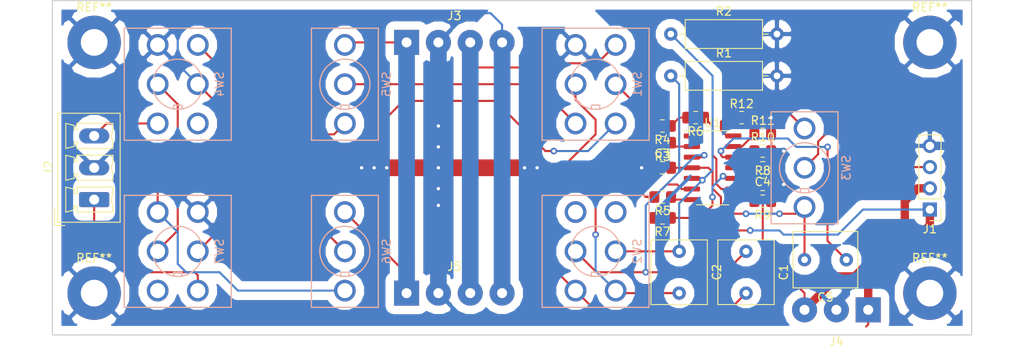
<source format=kicad_pcb>
(kicad_pcb (version 20171130) (host pcbnew 5.1.8-5.1.8)

  (general
    (thickness 1.6)
    (drawings 6)
    (tracks 275)
    (zones 0)
    (modules 34)
    (nets 32)
  )

  (page A4)
  (layers
    (0 F.Cu signal)
    (31 B.Cu signal)
    (32 B.Adhes user)
    (33 F.Adhes user)
    (34 B.Paste user)
    (35 F.Paste user)
    (36 B.SilkS user)
    (37 F.SilkS user)
    (38 B.Mask user)
    (39 F.Mask user)
    (40 Dwgs.User user)
    (41 Cmts.User user)
    (42 Eco1.User user)
    (43 Eco2.User user)
    (44 Edge.Cuts user)
    (45 Margin user)
    (46 B.CrtYd user)
    (47 F.CrtYd user)
    (48 B.Fab user)
    (49 F.Fab user)
  )

  (setup
    (last_trace_width 0.25)
    (trace_clearance 0.2)
    (zone_clearance 1)
    (zone_45_only no)
    (trace_min 0.2)
    (via_size 0.8)
    (via_drill 0.4)
    (via_min_size 0.4)
    (via_min_drill 0.3)
    (uvia_size 0.3)
    (uvia_drill 0.1)
    (uvias_allowed no)
    (uvia_min_size 0.2)
    (uvia_min_drill 0.1)
    (edge_width 0.15)
    (segment_width 0.2)
    (pcb_text_width 0.3)
    (pcb_text_size 1.5 1.5)
    (mod_edge_width 0.15)
    (mod_text_size 1 1)
    (mod_text_width 0.15)
    (pad_size 6.4 6.4)
    (pad_drill 3.2)
    (pad_to_mask_clearance 0.051)
    (solder_mask_min_width 0.25)
    (aux_axis_origin 0 0)
    (visible_elements FFFFFF7F)
    (pcbplotparams
      (layerselection 0x010fc_ffffffff)
      (usegerberextensions false)
      (usegerberattributes false)
      (usegerberadvancedattributes false)
      (creategerberjobfile false)
      (excludeedgelayer true)
      (linewidth 0.100000)
      (plotframeref false)
      (viasonmask false)
      (mode 1)
      (useauxorigin false)
      (hpglpennumber 1)
      (hpglpenspeed 20)
      (hpglpendiameter 15.000000)
      (psnegative false)
      (psa4output false)
      (plotreference true)
      (plotvalue true)
      (plotinvisibletext false)
      (padsonsilk false)
      (subtractmaskfromsilk false)
      (outputformat 1)
      (mirror false)
      (drillshape 1)
      (scaleselection 1)
      (outputdirectory ""))
  )

  (net 0 "")
  (net 1 "Net-(C1-Pad1)")
  (net 2 "Net-(C1-Pad2)")
  (net 3 "Net-(C2-Pad1)")
  (net 4 "Net-(C2-Pad2)")
  (net 5 +5V)
  (net 6 GND)
  (net 7 -5V)
  (net 8 "Net-(C5-Pad2)")
  (net 9 "Net-(C5-Pad1)")
  (net 10 "Net-(J2-Pad1)")
  (net 11 "Net-(J2-Pad3)")
  (net 12 "Net-(J3-Pad1)")
  (net 13 "Net-(R3-Pad2)")
  (net 14 "Net-(R3-Pad1)")
  (net 15 "Net-(R4-Pad1)")
  (net 16 "Net-(R5-Pad1)")
  (net 17 "Net-(R6-Pad1)")
  (net 18 "Net-(R7-Pad1)")
  (net 19 "Net-(R11-Pad1)")
  (net 20 "Net-(R12-Pad1)")
  (net 21 "Net-(SW2-Pad6)")
  (net 22 "Net-(SW2-Pad5)")
  (net 23 "Net-(J1-Pad3)")
  (net 24 "Net-(SW1-Pad1)")
  (net 25 "Net-(J3-Pad3)")
  (net 26 "Net-(SW1-Pad2)")
  (net 27 "Net-(J3-Pad4)")
  (net 28 "Net-(SW4-Pad2)")
  (net 29 "Net-(SW4-Pad6)")
  (net 30 "Net-(SW4-Pad3)")
  (net 31 "Net-(SW7-Pad1)")

  (net_class Default "Это класс цепей по умолчанию."
    (clearance 0.2)
    (trace_width 0.25)
    (via_dia 0.8)
    (via_drill 0.4)
    (uvia_dia 0.3)
    (uvia_drill 0.1)
    (add_net +5V)
    (add_net -5V)
    (add_net GND)
    (add_net "Net-(C1-Pad1)")
    (add_net "Net-(C1-Pad2)")
    (add_net "Net-(C2-Pad1)")
    (add_net "Net-(C2-Pad2)")
    (add_net "Net-(C5-Pad1)")
    (add_net "Net-(C5-Pad2)")
    (add_net "Net-(J1-Pad3)")
    (add_net "Net-(J2-Pad1)")
    (add_net "Net-(J2-Pad3)")
    (add_net "Net-(J3-Pad1)")
    (add_net "Net-(J3-Pad3)")
    (add_net "Net-(J3-Pad4)")
    (add_net "Net-(R11-Pad1)")
    (add_net "Net-(R12-Pad1)")
    (add_net "Net-(R3-Pad1)")
    (add_net "Net-(R3-Pad2)")
    (add_net "Net-(R4-Pad1)")
    (add_net "Net-(R5-Pad1)")
    (add_net "Net-(R6-Pad1)")
    (add_net "Net-(R7-Pad1)")
    (add_net "Net-(SW1-Pad1)")
    (add_net "Net-(SW1-Pad2)")
    (add_net "Net-(SW2-Pad5)")
    (add_net "Net-(SW2-Pad6)")
    (add_net "Net-(SW4-Pad2)")
    (add_net "Net-(SW4-Pad3)")
    (add_net "Net-(SW4-Pad6)")
    (add_net "Net-(SW7-Pad1)")
  )

  (module Capacitor_SMD:C_0805_2012Metric_Pad1.18x1.45mm_HandSolder (layer F.Cu) (tedit 5F68FEEF) (tstamp 5BEF783D)
    (at 140 65 180)
    (descr "Capacitor SMD 0805 (2012 Metric), square (rectangular) end terminal, IPC_7351 nominal with elongated pad for handsoldering. (Body size source: IPC-SM-782 page 76, https://www.pcb-3d.com/wordpress/wp-content/uploads/ipc-sm-782a_amendment_1_and_2.pdf, https://docs.google.com/spreadsheets/d/1BsfQQcO9C6DZCsRaXUlFlo91Tg2WpOkGARC1WS5S8t0/edit?usp=sharing), generated with kicad-footprint-generator")
    (tags "capacitor handsolder")
    (path /5BE76A5A)
    (attr smd)
    (fp_text reference C4 (at 0 -1.68) (layer F.SilkS)
      (effects (font (size 1 1) (thickness 0.15)))
    )
    (fp_text value 0,1 (at 0 1.68) (layer F.Fab)
      (effects (font (size 1 1) (thickness 0.15)))
    )
    (fp_text user %R (at 0 0) (layer F.Fab)
      (effects (font (size 0.5 0.5) (thickness 0.08)))
    )
    (fp_line (start -1 0.625) (end -1 -0.625) (layer F.Fab) (width 0.1))
    (fp_line (start -1 -0.625) (end 1 -0.625) (layer F.Fab) (width 0.1))
    (fp_line (start 1 -0.625) (end 1 0.625) (layer F.Fab) (width 0.1))
    (fp_line (start 1 0.625) (end -1 0.625) (layer F.Fab) (width 0.1))
    (fp_line (start -0.261252 -0.735) (end 0.261252 -0.735) (layer F.SilkS) (width 0.12))
    (fp_line (start -0.261252 0.735) (end 0.261252 0.735) (layer F.SilkS) (width 0.12))
    (fp_line (start -1.88 0.98) (end -1.88 -0.98) (layer F.CrtYd) (width 0.05))
    (fp_line (start -1.88 -0.98) (end 1.88 -0.98) (layer F.CrtYd) (width 0.05))
    (fp_line (start 1.88 -0.98) (end 1.88 0.98) (layer F.CrtYd) (width 0.05))
    (fp_line (start 1.88 0.98) (end -1.88 0.98) (layer F.CrtYd) (width 0.05))
    (pad 2 smd roundrect (at 1.0375 0 180) (size 1.175 1.45) (layers F.Cu F.Paste F.Mask) (roundrect_rratio 0.212766)
      (net 7 -5V))
    (pad 1 smd roundrect (at -1.0375 0 180) (size 1.175 1.45) (layers F.Cu F.Paste F.Mask) (roundrect_rratio 0.212766)
      (net 6 GND))
    (model ${KISYS3DMOD}/Capacitor_SMD.3dshapes/C_0805_2012Metric.wrl
      (at (xyz 0 0 0))
      (scale (xyz 1 1 1))
      (rotate (xyz 0 0 0))
    )
  )

  (module Capacitor_SMD:C_0805_2012Metric_Pad1.18x1.45mm_HandSolder (layer F.Cu) (tedit 5F68FEEF) (tstamp 5BEF78AF)
    (at 128 65)
    (descr "Capacitor SMD 0805 (2012 Metric), square (rectangular) end terminal, IPC_7351 nominal with elongated pad for handsoldering. (Body size source: IPC-SM-782 page 76, https://www.pcb-3d.com/wordpress/wp-content/uploads/ipc-sm-782a_amendment_1_and_2.pdf, https://docs.google.com/spreadsheets/d/1BsfQQcO9C6DZCsRaXUlFlo91Tg2WpOkGARC1WS5S8t0/edit?usp=sharing), generated with kicad-footprint-generator")
    (tags "capacitor handsolder")
    (path /5BE7699B)
    (attr smd)
    (fp_text reference C3 (at 0 -1.68) (layer F.SilkS)
      (effects (font (size 1 1) (thickness 0.15)))
    )
    (fp_text value 0,1 (at 0 1.68) (layer F.Fab)
      (effects (font (size 1 1) (thickness 0.15)))
    )
    (fp_text user %R (at 0 0) (layer F.Fab)
      (effects (font (size 0.5 0.5) (thickness 0.08)))
    )
    (fp_line (start -1 0.625) (end -1 -0.625) (layer F.Fab) (width 0.1))
    (fp_line (start -1 -0.625) (end 1 -0.625) (layer F.Fab) (width 0.1))
    (fp_line (start 1 -0.625) (end 1 0.625) (layer F.Fab) (width 0.1))
    (fp_line (start 1 0.625) (end -1 0.625) (layer F.Fab) (width 0.1))
    (fp_line (start -0.261252 -0.735) (end 0.261252 -0.735) (layer F.SilkS) (width 0.12))
    (fp_line (start -0.261252 0.735) (end 0.261252 0.735) (layer F.SilkS) (width 0.12))
    (fp_line (start -1.88 0.98) (end -1.88 -0.98) (layer F.CrtYd) (width 0.05))
    (fp_line (start -1.88 -0.98) (end 1.88 -0.98) (layer F.CrtYd) (width 0.05))
    (fp_line (start 1.88 -0.98) (end 1.88 0.98) (layer F.CrtYd) (width 0.05))
    (fp_line (start 1.88 0.98) (end -1.88 0.98) (layer F.CrtYd) (width 0.05))
    (pad 2 smd roundrect (at 1.0375 0) (size 1.175 1.45) (layers F.Cu F.Paste F.Mask) (roundrect_rratio 0.212766)
      (net 5 +5V))
    (pad 1 smd roundrect (at -1.0375 0) (size 1.175 1.45) (layers F.Cu F.Paste F.Mask) (roundrect_rratio 0.212766)
      (net 6 GND))
    (model ${KISYS3DMOD}/Capacitor_SMD.3dshapes/C_0805_2012Metric.wrl
      (at (xyz 0 0 0))
      (scale (xyz 1 1 1))
      (rotate (xyz 0 0 0))
    )
  )

  (module Resistor_SMD:R_0805_2012Metric_Pad1.20x1.40mm_HandSolder (layer F.Cu) (tedit 5F68FEEE) (tstamp 5BEF7789)
    (at 140 69 180)
    (descr "Resistor SMD 0805 (2012 Metric), square (rectangular) end terminal, IPC_7351 nominal with elongated pad for handsoldering. (Body size source: IPC-SM-782 page 72, https://www.pcb-3d.com/wordpress/wp-content/uploads/ipc-sm-782a_amendment_1_and_2.pdf), generated with kicad-footprint-generator")
    (tags "resistor handsolder")
    (path /5BE75FAF)
    (attr smd)
    (fp_text reference R9 (at 0 -1.65) (layer F.SilkS)
      (effects (font (size 1 1) (thickness 0.15)))
    )
    (fp_text value 30k (at 0 1.65) (layer F.Fab)
      (effects (font (size 1 1) (thickness 0.15)))
    )
    (fp_text user %R (at 0 0) (layer F.Fab)
      (effects (font (size 0.5 0.5) (thickness 0.08)))
    )
    (fp_line (start -1 0.625) (end -1 -0.625) (layer F.Fab) (width 0.1))
    (fp_line (start -1 -0.625) (end 1 -0.625) (layer F.Fab) (width 0.1))
    (fp_line (start 1 -0.625) (end 1 0.625) (layer F.Fab) (width 0.1))
    (fp_line (start 1 0.625) (end -1 0.625) (layer F.Fab) (width 0.1))
    (fp_line (start -0.227064 -0.735) (end 0.227064 -0.735) (layer F.SilkS) (width 0.12))
    (fp_line (start -0.227064 0.735) (end 0.227064 0.735) (layer F.SilkS) (width 0.12))
    (fp_line (start -1.85 0.95) (end -1.85 -0.95) (layer F.CrtYd) (width 0.05))
    (fp_line (start -1.85 -0.95) (end 1.85 -0.95) (layer F.CrtYd) (width 0.05))
    (fp_line (start 1.85 -0.95) (end 1.85 0.95) (layer F.CrtYd) (width 0.05))
    (fp_line (start 1.85 0.95) (end -1.85 0.95) (layer F.CrtYd) (width 0.05))
    (pad 2 smd roundrect (at 1 0 180) (size 1.2 1.4) (layers F.Cu F.Paste F.Mask) (roundrect_rratio 0.208333)
      (net 17 "Net-(R6-Pad1)"))
    (pad 1 smd roundrect (at -1 0 180) (size 1.2 1.4) (layers F.Cu F.Paste F.Mask) (roundrect_rratio 0.208333)
      (net 8 "Net-(C5-Pad2)"))
    (model ${KISYS3DMOD}/Resistor_SMD.3dshapes/R_0805_2012Metric.wrl
      (at (xyz 0 0 0))
      (scale (xyz 1 1 1))
      (rotate (xyz 0 0 0))
    )
  )

  (module Resistor_SMD:R_0805_2012Metric_Pad1.20x1.40mm_HandSolder (layer F.Cu) (tedit 5F68FEEE) (tstamp 5BEF7759)
    (at 140 67)
    (descr "Resistor SMD 0805 (2012 Metric), square (rectangular) end terminal, IPC_7351 nominal with elongated pad for handsoldering. (Body size source: IPC-SM-782 page 72, https://www.pcb-3d.com/wordpress/wp-content/uploads/ipc-sm-782a_amendment_1_and_2.pdf), generated with kicad-footprint-generator")
    (tags "resistor handsolder")
    (path /5BE7563C)
    (attr smd)
    (fp_text reference R8 (at 0 -1.65) (layer F.SilkS)
      (effects (font (size 1 1) (thickness 0.15)))
    )
    (fp_text value 30k (at 0 1.65) (layer F.Fab)
      (effects (font (size 1 1) (thickness 0.15)))
    )
    (fp_text user %R (at 0 0) (layer F.Fab)
      (effects (font (size 0.5 0.5) (thickness 0.08)))
    )
    (fp_line (start -1 0.625) (end -1 -0.625) (layer F.Fab) (width 0.1))
    (fp_line (start -1 -0.625) (end 1 -0.625) (layer F.Fab) (width 0.1))
    (fp_line (start 1 -0.625) (end 1 0.625) (layer F.Fab) (width 0.1))
    (fp_line (start 1 0.625) (end -1 0.625) (layer F.Fab) (width 0.1))
    (fp_line (start -0.227064 -0.735) (end 0.227064 -0.735) (layer F.SilkS) (width 0.12))
    (fp_line (start -0.227064 0.735) (end 0.227064 0.735) (layer F.SilkS) (width 0.12))
    (fp_line (start -1.85 0.95) (end -1.85 -0.95) (layer F.CrtYd) (width 0.05))
    (fp_line (start -1.85 -0.95) (end 1.85 -0.95) (layer F.CrtYd) (width 0.05))
    (fp_line (start 1.85 -0.95) (end 1.85 0.95) (layer F.CrtYd) (width 0.05))
    (fp_line (start 1.85 0.95) (end -1.85 0.95) (layer F.CrtYd) (width 0.05))
    (pad 2 smd roundrect (at 1 0) (size 1.2 1.4) (layers F.Cu F.Paste F.Mask) (roundrect_rratio 0.208333)
      (net 6 GND))
    (pad 1 smd roundrect (at -1 0) (size 1.2 1.4) (layers F.Cu F.Paste F.Mask) (roundrect_rratio 0.208333)
      (net 18 "Net-(R7-Pad1)"))
    (model ${KISYS3DMOD}/Resistor_SMD.3dshapes/R_0805_2012Metric.wrl
      (at (xyz 0 0 0))
      (scale (xyz 1 1 1))
      (rotate (xyz 0 0 0))
    )
  )

  (module Resistor_SMD:R_0805_2012Metric_Pad1.20x1.40mm_HandSolder (layer F.Cu) (tedit 5F68FEEE) (tstamp 5BEF7690)
    (at 128.025 62 180)
    (descr "Resistor SMD 0805 (2012 Metric), square (rectangular) end terminal, IPC_7351 nominal with elongated pad for handsoldering. (Body size source: IPC-SM-782 page 72, https://www.pcb-3d.com/wordpress/wp-content/uploads/ipc-sm-782a_amendment_1_and_2.pdf), generated with kicad-footprint-generator")
    (tags "resistor handsolder")
    (path /5BE757F6)
    (attr smd)
    (fp_text reference R3 (at 0 -1.65) (layer F.SilkS)
      (effects (font (size 1 1) (thickness 0.15)))
    )
    (fp_text value 7,5k (at 0 1.65) (layer F.Fab)
      (effects (font (size 1 1) (thickness 0.15)))
    )
    (fp_text user %R (at 0 0) (layer F.Fab)
      (effects (font (size 0.5 0.5) (thickness 0.08)))
    )
    (fp_line (start -1 0.625) (end -1 -0.625) (layer F.Fab) (width 0.1))
    (fp_line (start -1 -0.625) (end 1 -0.625) (layer F.Fab) (width 0.1))
    (fp_line (start 1 -0.625) (end 1 0.625) (layer F.Fab) (width 0.1))
    (fp_line (start 1 0.625) (end -1 0.625) (layer F.Fab) (width 0.1))
    (fp_line (start -0.227064 -0.735) (end 0.227064 -0.735) (layer F.SilkS) (width 0.12))
    (fp_line (start -0.227064 0.735) (end 0.227064 0.735) (layer F.SilkS) (width 0.12))
    (fp_line (start -1.85 0.95) (end -1.85 -0.95) (layer F.CrtYd) (width 0.05))
    (fp_line (start -1.85 -0.95) (end 1.85 -0.95) (layer F.CrtYd) (width 0.05))
    (fp_line (start 1.85 -0.95) (end 1.85 0.95) (layer F.CrtYd) (width 0.05))
    (fp_line (start 1.85 0.95) (end -1.85 0.95) (layer F.CrtYd) (width 0.05))
    (pad 2 smd roundrect (at 1 0 180) (size 1.2 1.4) (layers F.Cu F.Paste F.Mask) (roundrect_rratio 0.208333)
      (net 13 "Net-(R3-Pad2)"))
    (pad 1 smd roundrect (at -1 0 180) (size 1.2 1.4) (layers F.Cu F.Paste F.Mask) (roundrect_rratio 0.208333)
      (net 14 "Net-(R3-Pad1)"))
    (model ${KISYS3DMOD}/Resistor_SMD.3dshapes/R_0805_2012Metric.wrl
      (at (xyz 0 0 0))
      (scale (xyz 1 1 1))
      (rotate (xyz 0 0 0))
    )
  )

  (module Resistor_SMD:R_0805_2012Metric_Pad1.20x1.40mm_HandSolder (layer F.Cu) (tedit 5F68FEEE) (tstamp 5BEF787F)
    (at 137.475 59)
    (descr "Resistor SMD 0805 (2012 Metric), square (rectangular) end terminal, IPC_7351 nominal with elongated pad for handsoldering. (Body size source: IPC-SM-782 page 72, https://www.pcb-3d.com/wordpress/wp-content/uploads/ipc-sm-782a_amendment_1_and_2.pdf), generated with kicad-footprint-generator")
    (tags "resistor handsolder")
    (path /5BEDF146)
    (attr smd)
    (fp_text reference R12 (at 0 -1.65) (layer F.SilkS)
      (effects (font (size 1 1) (thickness 0.15)))
    )
    (fp_text value 300k (at 0 1.65) (layer F.Fab)
      (effects (font (size 1 1) (thickness 0.15)))
    )
    (fp_text user %R (at 0 0) (layer F.Fab)
      (effects (font (size 0.5 0.5) (thickness 0.08)))
    )
    (fp_line (start -1 0.625) (end -1 -0.625) (layer F.Fab) (width 0.1))
    (fp_line (start -1 -0.625) (end 1 -0.625) (layer F.Fab) (width 0.1))
    (fp_line (start 1 -0.625) (end 1 0.625) (layer F.Fab) (width 0.1))
    (fp_line (start 1 0.625) (end -1 0.625) (layer F.Fab) (width 0.1))
    (fp_line (start -0.227064 -0.735) (end 0.227064 -0.735) (layer F.SilkS) (width 0.12))
    (fp_line (start -0.227064 0.735) (end 0.227064 0.735) (layer F.SilkS) (width 0.12))
    (fp_line (start -1.85 0.95) (end -1.85 -0.95) (layer F.CrtYd) (width 0.05))
    (fp_line (start -1.85 -0.95) (end 1.85 -0.95) (layer F.CrtYd) (width 0.05))
    (fp_line (start 1.85 -0.95) (end 1.85 0.95) (layer F.CrtYd) (width 0.05))
    (fp_line (start 1.85 0.95) (end -1.85 0.95) (layer F.CrtYd) (width 0.05))
    (pad 2 smd roundrect (at 1 0) (size 1.2 1.4) (layers F.Cu F.Paste F.Mask) (roundrect_rratio 0.208333)
      (net 19 "Net-(R11-Pad1)"))
    (pad 1 smd roundrect (at -1 0) (size 1.2 1.4) (layers F.Cu F.Paste F.Mask) (roundrect_rratio 0.208333)
      (net 20 "Net-(R12-Pad1)"))
    (model ${KISYS3DMOD}/Resistor_SMD.3dshapes/R_0805_2012Metric.wrl
      (at (xyz 0 0 0))
      (scale (xyz 1 1 1))
      (rotate (xyz 0 0 0))
    )
  )

  (module Resistor_SMD:R_0805_2012Metric_Pad1.20x1.40mm_HandSolder (layer F.Cu) (tedit 5F68FEEE) (tstamp 5BEF7660)
    (at 140 61)
    (descr "Resistor SMD 0805 (2012 Metric), square (rectangular) end terminal, IPC_7351 nominal with elongated pad for handsoldering. (Body size source: IPC-SM-782 page 72, https://www.pcb-3d.com/wordpress/wp-content/uploads/ipc-sm-782a_amendment_1_and_2.pdf), generated with kicad-footprint-generator")
    (tags "resistor handsolder")
    (path /5BEDF00A)
    (attr smd)
    (fp_text reference R11 (at 0 -1.65) (layer F.SilkS)
      (effects (font (size 1 1) (thickness 0.15)))
    )
    (fp_text value 33k (at 0 1.65) (layer F.Fab)
      (effects (font (size 1 1) (thickness 0.15)))
    )
    (fp_text user %R (at 0 0) (layer F.Fab)
      (effects (font (size 0.5 0.5) (thickness 0.08)))
    )
    (fp_line (start -1 0.625) (end -1 -0.625) (layer F.Fab) (width 0.1))
    (fp_line (start -1 -0.625) (end 1 -0.625) (layer F.Fab) (width 0.1))
    (fp_line (start 1 -0.625) (end 1 0.625) (layer F.Fab) (width 0.1))
    (fp_line (start 1 0.625) (end -1 0.625) (layer F.Fab) (width 0.1))
    (fp_line (start -0.227064 -0.735) (end 0.227064 -0.735) (layer F.SilkS) (width 0.12))
    (fp_line (start -0.227064 0.735) (end 0.227064 0.735) (layer F.SilkS) (width 0.12))
    (fp_line (start -1.85 0.95) (end -1.85 -0.95) (layer F.CrtYd) (width 0.05))
    (fp_line (start -1.85 -0.95) (end 1.85 -0.95) (layer F.CrtYd) (width 0.05))
    (fp_line (start 1.85 -0.95) (end 1.85 0.95) (layer F.CrtYd) (width 0.05))
    (fp_line (start 1.85 0.95) (end -1.85 0.95) (layer F.CrtYd) (width 0.05))
    (pad 2 smd roundrect (at 1 0) (size 1.2 1.4) (layers F.Cu F.Paste F.Mask) (roundrect_rratio 0.208333)
      (net 6 GND))
    (pad 1 smd roundrect (at -1 0) (size 1.2 1.4) (layers F.Cu F.Paste F.Mask) (roundrect_rratio 0.208333)
      (net 19 "Net-(R11-Pad1)"))
    (model ${KISYS3DMOD}/Resistor_SMD.3dshapes/R_0805_2012Metric.wrl
      (at (xyz 0 0 0))
      (scale (xyz 1 1 1))
      (rotate (xyz 0 0 0))
    )
  )

  (module Resistor_SMD:R_0805_2012Metric_Pad1.20x1.40mm_HandSolder (layer F.Cu) (tedit 5F68FEEE) (tstamp 5BEF77BF)
    (at 140 63)
    (descr "Resistor SMD 0805 (2012 Metric), square (rectangular) end terminal, IPC_7351 nominal with elongated pad for handsoldering. (Body size source: IPC-SM-782 page 72, https://www.pcb-3d.com/wordpress/wp-content/uploads/ipc-sm-782a_amendment_1_and_2.pdf), generated with kicad-footprint-generator")
    (tags "resistor handsolder")
    (path /5BEE025F)
    (attr smd)
    (fp_text reference R10 (at 0 -1.65) (layer F.SilkS)
      (effects (font (size 1 1) (thickness 0.15)))
    )
    (fp_text value 2M (at 0 1.65) (layer F.Fab)
      (effects (font (size 1 1) (thickness 0.15)))
    )
    (fp_text user %R (at 0 0) (layer F.Fab)
      (effects (font (size 0.5 0.5) (thickness 0.08)))
    )
    (fp_line (start -1 0.625) (end -1 -0.625) (layer F.Fab) (width 0.1))
    (fp_line (start -1 -0.625) (end 1 -0.625) (layer F.Fab) (width 0.1))
    (fp_line (start 1 -0.625) (end 1 0.625) (layer F.Fab) (width 0.1))
    (fp_line (start 1 0.625) (end -1 0.625) (layer F.Fab) (width 0.1))
    (fp_line (start -0.227064 -0.735) (end 0.227064 -0.735) (layer F.SilkS) (width 0.12))
    (fp_line (start -0.227064 0.735) (end 0.227064 0.735) (layer F.SilkS) (width 0.12))
    (fp_line (start -1.85 0.95) (end -1.85 -0.95) (layer F.CrtYd) (width 0.05))
    (fp_line (start -1.85 -0.95) (end 1.85 -0.95) (layer F.CrtYd) (width 0.05))
    (fp_line (start 1.85 -0.95) (end 1.85 0.95) (layer F.CrtYd) (width 0.05))
    (fp_line (start 1.85 0.95) (end -1.85 0.95) (layer F.CrtYd) (width 0.05))
    (pad 2 smd roundrect (at 1 0) (size 1.2 1.4) (layers F.Cu F.Paste F.Mask) (roundrect_rratio 0.208333)
      (net 6 GND))
    (pad 1 smd roundrect (at -1 0) (size 1.2 1.4) (layers F.Cu F.Paste F.Mask) (roundrect_rratio 0.208333)
      (net 9 "Net-(C5-Pad1)"))
    (model ${KISYS3DMOD}/Resistor_SMD.3dshapes/R_0805_2012Metric.wrl
      (at (xyz 0 0 0))
      (scale (xyz 1 1 1))
      (rotate (xyz 0 0 0))
    )
  )

  (module Resistor_SMD:R_0805_2012Metric_Pad1.20x1.40mm_HandSolder (layer F.Cu) (tedit 5F68FEEE) (tstamp 5BEF7630)
    (at 128 71 180)
    (descr "Resistor SMD 0805 (2012 Metric), square (rectangular) end terminal, IPC_7351 nominal with elongated pad for handsoldering. (Body size source: IPC-SM-782 page 72, https://www.pcb-3d.com/wordpress/wp-content/uploads/ipc-sm-782a_amendment_1_and_2.pdf), generated with kicad-footprint-generator")
    (tags "resistor handsolder")
    (path /5BE75A8C)
    (attr smd)
    (fp_text reference R7 (at 0 -1.65) (layer F.SilkS)
      (effects (font (size 1 1) (thickness 0.15)))
    )
    (fp_text value 30k (at 0 1.65) (layer F.Fab)
      (effects (font (size 1 1) (thickness 0.15)))
    )
    (fp_text user %R (at 0 0) (layer F.Fab)
      (effects (font (size 0.5 0.5) (thickness 0.08)))
    )
    (fp_line (start -1 0.625) (end -1 -0.625) (layer F.Fab) (width 0.1))
    (fp_line (start -1 -0.625) (end 1 -0.625) (layer F.Fab) (width 0.1))
    (fp_line (start 1 -0.625) (end 1 0.625) (layer F.Fab) (width 0.1))
    (fp_line (start 1 0.625) (end -1 0.625) (layer F.Fab) (width 0.1))
    (fp_line (start -0.227064 -0.735) (end 0.227064 -0.735) (layer F.SilkS) (width 0.12))
    (fp_line (start -0.227064 0.735) (end 0.227064 0.735) (layer F.SilkS) (width 0.12))
    (fp_line (start -1.85 0.95) (end -1.85 -0.95) (layer F.CrtYd) (width 0.05))
    (fp_line (start -1.85 -0.95) (end 1.85 -0.95) (layer F.CrtYd) (width 0.05))
    (fp_line (start 1.85 -0.95) (end 1.85 0.95) (layer F.CrtYd) (width 0.05))
    (fp_line (start 1.85 0.95) (end -1.85 0.95) (layer F.CrtYd) (width 0.05))
    (pad 2 smd roundrect (at 1 0 180) (size 1.2 1.4) (layers F.Cu F.Paste F.Mask) (roundrect_rratio 0.208333)
      (net 16 "Net-(R5-Pad1)"))
    (pad 1 smd roundrect (at -1 0 180) (size 1.2 1.4) (layers F.Cu F.Paste F.Mask) (roundrect_rratio 0.208333)
      (net 18 "Net-(R7-Pad1)"))
    (model ${KISYS3DMOD}/Resistor_SMD.3dshapes/R_0805_2012Metric.wrl
      (at (xyz 0 0 0))
      (scale (xyz 1 1 1))
      (rotate (xyz 0 0 0))
    )
  )

  (module Resistor_SMD:R_0805_2012Metric_Pad1.20x1.40mm_HandSolder (layer F.Cu) (tedit 5F68FEEE) (tstamp 5BEF7B78)
    (at 131.975 59 180)
    (descr "Resistor SMD 0805 (2012 Metric), square (rectangular) end terminal, IPC_7351 nominal with elongated pad for handsoldering. (Body size source: IPC-SM-782 page 72, https://www.pcb-3d.com/wordpress/wp-content/uploads/ipc-sm-782a_amendment_1_and_2.pdf), generated with kicad-footprint-generator")
    (tags "resistor handsolder")
    (path /5BE75A0A)
    (attr smd)
    (fp_text reference R6 (at 0 -1.65) (layer F.SilkS)
      (effects (font (size 1 1) (thickness 0.15)))
    )
    (fp_text value 30k (at 0 1.65) (layer F.Fab)
      (effects (font (size 1 1) (thickness 0.15)))
    )
    (fp_text user %R (at 0 0) (layer F.Fab)
      (effects (font (size 0.5 0.5) (thickness 0.08)))
    )
    (fp_line (start -1 0.625) (end -1 -0.625) (layer F.Fab) (width 0.1))
    (fp_line (start -1 -0.625) (end 1 -0.625) (layer F.Fab) (width 0.1))
    (fp_line (start 1 -0.625) (end 1 0.625) (layer F.Fab) (width 0.1))
    (fp_line (start 1 0.625) (end -1 0.625) (layer F.Fab) (width 0.1))
    (fp_line (start -0.227064 -0.735) (end 0.227064 -0.735) (layer F.SilkS) (width 0.12))
    (fp_line (start -0.227064 0.735) (end 0.227064 0.735) (layer F.SilkS) (width 0.12))
    (fp_line (start -1.85 0.95) (end -1.85 -0.95) (layer F.CrtYd) (width 0.05))
    (fp_line (start -1.85 -0.95) (end 1.85 -0.95) (layer F.CrtYd) (width 0.05))
    (fp_line (start 1.85 -0.95) (end 1.85 0.95) (layer F.CrtYd) (width 0.05))
    (fp_line (start 1.85 0.95) (end -1.85 0.95) (layer F.CrtYd) (width 0.05))
    (pad 2 smd roundrect (at 1 0 180) (size 1.2 1.4) (layers F.Cu F.Paste F.Mask) (roundrect_rratio 0.208333)
      (net 15 "Net-(R4-Pad1)"))
    (pad 1 smd roundrect (at -1 0 180) (size 1.2 1.4) (layers F.Cu F.Paste F.Mask) (roundrect_rratio 0.208333)
      (net 17 "Net-(R6-Pad1)"))
    (model ${KISYS3DMOD}/Resistor_SMD.3dshapes/R_0805_2012Metric.wrl
      (at (xyz 0 0 0))
      (scale (xyz 1 1 1))
      (rotate (xyz 0 0 0))
    )
  )

  (module Resistor_SMD:R_0805_2012Metric_Pad1.20x1.40mm_HandSolder (layer F.Cu) (tedit 5F68FEEE) (tstamp 5BEF7729)
    (at 128.025 68.5 180)
    (descr "Resistor SMD 0805 (2012 Metric), square (rectangular) end terminal, IPC_7351 nominal with elongated pad for handsoldering. (Body size source: IPC-SM-782 page 72, https://www.pcb-3d.com/wordpress/wp-content/uploads/ipc-sm-782a_amendment_1_and_2.pdf), generated with kicad-footprint-generator")
    (tags "resistor handsolder")
    (path /5BE75743)
    (attr smd)
    (fp_text reference R5 (at 0 -1.65) (layer F.SilkS)
      (effects (font (size 1 1) (thickness 0.15)))
    )
    (fp_text value 30k (at 0 1.65) (layer F.Fab)
      (effects (font (size 1 1) (thickness 0.15)))
    )
    (fp_text user %R (at 0 0) (layer F.Fab)
      (effects (font (size 0.5 0.5) (thickness 0.08)))
    )
    (fp_line (start -1 0.625) (end -1 -0.625) (layer F.Fab) (width 0.1))
    (fp_line (start -1 -0.625) (end 1 -0.625) (layer F.Fab) (width 0.1))
    (fp_line (start 1 -0.625) (end 1 0.625) (layer F.Fab) (width 0.1))
    (fp_line (start 1 0.625) (end -1 0.625) (layer F.Fab) (width 0.1))
    (fp_line (start -0.227064 -0.735) (end 0.227064 -0.735) (layer F.SilkS) (width 0.12))
    (fp_line (start -0.227064 0.735) (end 0.227064 0.735) (layer F.SilkS) (width 0.12))
    (fp_line (start -1.85 0.95) (end -1.85 -0.95) (layer F.CrtYd) (width 0.05))
    (fp_line (start -1.85 -0.95) (end 1.85 -0.95) (layer F.CrtYd) (width 0.05))
    (fp_line (start 1.85 -0.95) (end 1.85 0.95) (layer F.CrtYd) (width 0.05))
    (fp_line (start 1.85 0.95) (end -1.85 0.95) (layer F.CrtYd) (width 0.05))
    (pad 2 smd roundrect (at 1 0 180) (size 1.2 1.4) (layers F.Cu F.Paste F.Mask) (roundrect_rratio 0.208333)
      (net 13 "Net-(R3-Pad2)"))
    (pad 1 smd roundrect (at -1 0 180) (size 1.2 1.4) (layers F.Cu F.Paste F.Mask) (roundrect_rratio 0.208333)
      (net 16 "Net-(R5-Pad1)"))
    (model ${KISYS3DMOD}/Resistor_SMD.3dshapes/R_0805_2012Metric.wrl
      (at (xyz 0 0 0))
      (scale (xyz 1 1 1))
      (rotate (xyz 0 0 0))
    )
  )

  (module Resistor_SMD:R_0805_2012Metric_Pad1.20x1.40mm_HandSolder (layer F.Cu) (tedit 5F68FEEE) (tstamp 5BEF75FD)
    (at 128 60 180)
    (descr "Resistor SMD 0805 (2012 Metric), square (rectangular) end terminal, IPC_7351 nominal with elongated pad for handsoldering. (Body size source: IPC-SM-782 page 72, https://www.pcb-3d.com/wordpress/wp-content/uploads/ipc-sm-782a_amendment_1_and_2.pdf), generated with kicad-footprint-generator")
    (tags "resistor handsolder")
    (path /5BE756EA)
    (attr smd)
    (fp_text reference R4 (at 0 -1.65) (layer F.SilkS)
      (effects (font (size 1 1) (thickness 0.15)))
    )
    (fp_text value 30k (at 0 1.65) (layer F.Fab)
      (effects (font (size 1 1) (thickness 0.15)))
    )
    (fp_text user %R (at 0 0) (layer F.Fab)
      (effects (font (size 0.5 0.5) (thickness 0.08)))
    )
    (fp_line (start -1 0.625) (end -1 -0.625) (layer F.Fab) (width 0.1))
    (fp_line (start -1 -0.625) (end 1 -0.625) (layer F.Fab) (width 0.1))
    (fp_line (start 1 -0.625) (end 1 0.625) (layer F.Fab) (width 0.1))
    (fp_line (start 1 0.625) (end -1 0.625) (layer F.Fab) (width 0.1))
    (fp_line (start -0.227064 -0.735) (end 0.227064 -0.735) (layer F.SilkS) (width 0.12))
    (fp_line (start -0.227064 0.735) (end 0.227064 0.735) (layer F.SilkS) (width 0.12))
    (fp_line (start -1.85 0.95) (end -1.85 -0.95) (layer F.CrtYd) (width 0.05))
    (fp_line (start -1.85 -0.95) (end 1.85 -0.95) (layer F.CrtYd) (width 0.05))
    (fp_line (start 1.85 -0.95) (end 1.85 0.95) (layer F.CrtYd) (width 0.05))
    (fp_line (start 1.85 0.95) (end -1.85 0.95) (layer F.CrtYd) (width 0.05))
    (pad 2 smd roundrect (at 1 0 180) (size 1.2 1.4) (layers F.Cu F.Paste F.Mask) (roundrect_rratio 0.208333)
      (net 14 "Net-(R3-Pad1)"))
    (pad 1 smd roundrect (at -1 0 180) (size 1.2 1.4) (layers F.Cu F.Paste F.Mask) (roundrect_rratio 0.208333)
      (net 15 "Net-(R4-Pad1)"))
    (model ${KISYS3DMOD}/Resistor_SMD.3dshapes/R_0805_2012Metric.wrl
      (at (xyz 0 0 0))
      (scale (xyz 1 1 1))
      (rotate (xyz 0 0 0))
    )
  )

  (module local:SolderWirePad_1x04_P3.81mm_Drill1.2mm (layer F.Cu) (tedit 5AEE5FD1) (tstamp 5C9166D6)
    (at 97.38 80)
    (descr "Wire solder connection")
    (tags connector)
    (path /5C97206B)
    (attr virtual)
    (fp_text reference J5 (at 5.715 -3.175) (layer F.SilkS)
      (effects (font (size 1 1) (thickness 0.15)))
    )
    (fp_text value Conn_01x04 (at 5.715 3.175) (layer F.Fab)
      (effects (font (size 1 1) (thickness 0.15)))
    )
    (fp_text user %R (at 5.715 0) (layer F.Fab)
      (effects (font (size 1 1) (thickness 0.15)))
    )
    (fp_line (start -1.99 -2) (end 13.43 -2) (layer F.CrtYd) (width 0.05))
    (fp_line (start -1.99 -2) (end -1.99 2) (layer F.CrtYd) (width 0.05))
    (fp_line (start 13.43 2) (end 13.43 -2) (layer F.CrtYd) (width 0.05))
    (fp_line (start 13.43 2) (end -1.99 2) (layer F.CrtYd) (width 0.05))
    (pad 1 thru_hole rect (at 0 0) (size 2.99974 2.99974) (drill 1.19888) (layers *.Cu *.Mask)
      (net 12 "Net-(J3-Pad1)"))
    (pad 2 thru_hole circle (at 3.81 0) (size 2.99974 2.99974) (drill 1.19888) (layers *.Cu *.Mask)
      (net 6 GND))
    (pad 3 thru_hole circle (at 7.62 0) (size 2.99974 2.99974) (drill 1.19888) (layers *.Cu *.Mask)
      (net 25 "Net-(J3-Pad3)"))
    (pad 4 thru_hole circle (at 11.43 0) (size 2.99974 2.99974) (drill 1.19888) (layers *.Cu *.Mask)
      (net 27 "Net-(J3-Pad4)"))
  )

  (module local:SolderWirePad_1x03_P3.81mm_Drill1.2mm (layer F.Cu) (tedit 5AEE5F4D) (tstamp 5C917247)
    (at 152.62 82 180)
    (descr "Wire solder connection")
    (tags connector)
    (path /5BF6F80D)
    (attr virtual)
    (fp_text reference J4 (at 3.81 -3.81) (layer F.SilkS)
      (effects (font (size 1 1) (thickness 0.15)))
    )
    (fp_text value Conn_01x03 (at 3.81 3.81) (layer F.Fab)
      (effects (font (size 1 1) (thickness 0.15)))
    )
    (fp_text user %R (at 3.81 0) (layer F.Fab)
      (effects (font (size 1 1) (thickness 0.15)))
    )
    (fp_line (start -2 -2) (end 9.62 -2) (layer F.CrtYd) (width 0.05))
    (fp_line (start -2 -2) (end -2 2) (layer F.CrtYd) (width 0.05))
    (fp_line (start 9.62 2) (end 9.62 -2) (layer F.CrtYd) (width 0.05))
    (fp_line (start 9.62 2) (end -2 2) (layer F.CrtYd) (width 0.05))
    (pad 1 thru_hole rect (at 0 0 180) (size 2.99974 2.99974) (drill 1.19888) (layers *.Cu *.Mask)
      (net 5 +5V))
    (pad 2 thru_hole circle (at 3.81 0 180) (size 2.99974 2.99974) (drill 1.19888) (layers *.Cu *.Mask)
      (net 6 GND))
    (pad 3 thru_hole circle (at 7.62 0 180) (size 2.99974 2.99974) (drill 1.19888) (layers *.Cu *.Mask)
      (net 7 -5V))
  )

  (module local:SolderWirePad_1x04_P3.81mm_Drill1.2mm (layer F.Cu) (tedit 5AEE5FD1) (tstamp 5C9165B1)
    (at 97.38 50)
    (descr "Wire solder connection")
    (tags connector)
    (path /5C93B4F3)
    (attr virtual)
    (fp_text reference J3 (at 5.715 -3.175) (layer F.SilkS)
      (effects (font (size 1 1) (thickness 0.15)))
    )
    (fp_text value Conn_01x04 (at 5.715 3.175) (layer F.Fab)
      (effects (font (size 1 1) (thickness 0.15)))
    )
    (fp_text user %R (at 5.715 0) (layer F.Fab)
      (effects (font (size 1 1) (thickness 0.15)))
    )
    (fp_line (start -1.99 -2) (end 13.43 -2) (layer F.CrtYd) (width 0.05))
    (fp_line (start -1.99 -2) (end -1.99 2) (layer F.CrtYd) (width 0.05))
    (fp_line (start 13.43 2) (end 13.43 -2) (layer F.CrtYd) (width 0.05))
    (fp_line (start 13.43 2) (end -1.99 2) (layer F.CrtYd) (width 0.05))
    (pad 1 thru_hole rect (at 0 0) (size 2.99974 2.99974) (drill 1.19888) (layers *.Cu *.Mask)
      (net 12 "Net-(J3-Pad1)"))
    (pad 2 thru_hole circle (at 3.81 0) (size 2.99974 2.99974) (drill 1.19888) (layers *.Cu *.Mask)
      (net 6 GND))
    (pad 3 thru_hole circle (at 7.62 0) (size 2.99974 2.99974) (drill 1.19888) (layers *.Cu *.Mask)
      (net 25 "Net-(J3-Pad3)"))
    (pad 4 thru_hole circle (at 11.43 0) (size 2.99974 2.99974) (drill 1.19888) (layers *.Cu *.Mask)
      (net 27 "Net-(J3-Pad4)"))
  )

  (module Connector_Phoenix_MC:PhoenixContact_MCV_1,5_3-G-3.81_1x03_P3.81mm_Vertical (layer F.Cu) (tedit 5B784ED1) (tstamp 5C9165A4)
    (at 60 68.81 90)
    (descr "Generic Phoenix Contact connector footprint for: MCV_1,5/3-G-3.81; number of pins: 03; pin pitch: 3.81mm; Vertical || order number: 1803439 8A 160V")
    (tags "phoenix_contact connector MCV_01x03_G_3.81mm")
    (path /5BF433B9)
    (fp_text reference J2 (at 3.81 -5.45 90) (layer F.SilkS)
      (effects (font (size 1 1) (thickness 0.15)))
    )
    (fp_text value Conn_01x03 (at 3.81 4.2 90) (layer F.Fab)
      (effects (font (size 1 1) (thickness 0.15)))
    )
    (fp_text user %R (at 3.81 -3.55 90) (layer F.Fab)
      (effects (font (size 1 1) (thickness 0.15)))
    )
    (fp_arc (start 7.62 3.95) (end 6.87 2.25) (angle 47.6) (layer F.SilkS) (width 0.12))
    (fp_arc (start 3.81 3.95) (end 3.06 2.25) (angle 47.6) (layer F.SilkS) (width 0.12))
    (fp_arc (start 0 3.95) (end -0.75 2.25) (angle 47.6) (layer F.SilkS) (width 0.12))
    (fp_line (start -2.71 -4.36) (end -2.71 3.11) (layer F.SilkS) (width 0.12))
    (fp_line (start -2.71 3.11) (end 10.33 3.11) (layer F.SilkS) (width 0.12))
    (fp_line (start 10.33 3.11) (end 10.33 -4.36) (layer F.SilkS) (width 0.12))
    (fp_line (start 10.33 -4.36) (end -2.71 -4.36) (layer F.SilkS) (width 0.12))
    (fp_line (start -2.6 -4.25) (end -2.6 3) (layer F.Fab) (width 0.1))
    (fp_line (start -2.6 3) (end 10.22 3) (layer F.Fab) (width 0.1))
    (fp_line (start 10.22 3) (end 10.22 -4.25) (layer F.Fab) (width 0.1))
    (fp_line (start 10.22 -4.25) (end -2.6 -4.25) (layer F.Fab) (width 0.1))
    (fp_line (start -0.75 2.25) (end -1.5 2.25) (layer F.SilkS) (width 0.12))
    (fp_line (start -1.5 2.25) (end -1.5 -2.05) (layer F.SilkS) (width 0.12))
    (fp_line (start -1.5 -2.05) (end -0.75 -2.05) (layer F.SilkS) (width 0.12))
    (fp_line (start -0.75 -2.05) (end -0.75 -2.4) (layer F.SilkS) (width 0.12))
    (fp_line (start -0.75 -2.4) (end -1.25 -2.4) (layer F.SilkS) (width 0.12))
    (fp_line (start -1.25 -2.4) (end -1.5 -3.4) (layer F.SilkS) (width 0.12))
    (fp_line (start -1.5 -3.4) (end 1.5 -3.4) (layer F.SilkS) (width 0.12))
    (fp_line (start 1.5 -3.4) (end 1.25 -2.4) (layer F.SilkS) (width 0.12))
    (fp_line (start 1.25 -2.4) (end 0.75 -2.4) (layer F.SilkS) (width 0.12))
    (fp_line (start 0.75 -2.4) (end 0.75 -2.05) (layer F.SilkS) (width 0.12))
    (fp_line (start 0.75 -2.05) (end 1.5 -2.05) (layer F.SilkS) (width 0.12))
    (fp_line (start 1.5 -2.05) (end 1.5 2.25) (layer F.SilkS) (width 0.12))
    (fp_line (start 1.5 2.25) (end 0.75 2.25) (layer F.SilkS) (width 0.12))
    (fp_line (start 3.06 2.25) (end 2.31 2.25) (layer F.SilkS) (width 0.12))
    (fp_line (start 2.31 2.25) (end 2.31 -2.05) (layer F.SilkS) (width 0.12))
    (fp_line (start 2.31 -2.05) (end 3.06 -2.05) (layer F.SilkS) (width 0.12))
    (fp_line (start 3.06 -2.05) (end 3.06 -2.4) (layer F.SilkS) (width 0.12))
    (fp_line (start 3.06 -2.4) (end 2.56 -2.4) (layer F.SilkS) (width 0.12))
    (fp_line (start 2.56 -2.4) (end 2.31 -3.4) (layer F.SilkS) (width 0.12))
    (fp_line (start 2.31 -3.4) (end 5.31 -3.4) (layer F.SilkS) (width 0.12))
    (fp_line (start 5.31 -3.4) (end 5.06 -2.4) (layer F.SilkS) (width 0.12))
    (fp_line (start 5.06 -2.4) (end 4.56 -2.4) (layer F.SilkS) (width 0.12))
    (fp_line (start 4.56 -2.4) (end 4.56 -2.05) (layer F.SilkS) (width 0.12))
    (fp_line (start 4.56 -2.05) (end 5.31 -2.05) (layer F.SilkS) (width 0.12))
    (fp_line (start 5.31 -2.05) (end 5.31 2.25) (layer F.SilkS) (width 0.12))
    (fp_line (start 5.31 2.25) (end 4.56 2.25) (layer F.SilkS) (width 0.12))
    (fp_line (start 6.87 2.25) (end 6.12 2.25) (layer F.SilkS) (width 0.12))
    (fp_line (start 6.12 2.25) (end 6.12 -2.05) (layer F.SilkS) (width 0.12))
    (fp_line (start 6.12 -2.05) (end 6.87 -2.05) (layer F.SilkS) (width 0.12))
    (fp_line (start 6.87 -2.05) (end 6.87 -2.4) (layer F.SilkS) (width 0.12))
    (fp_line (start 6.87 -2.4) (end 6.37 -2.4) (layer F.SilkS) (width 0.12))
    (fp_line (start 6.37 -2.4) (end 6.12 -3.4) (layer F.SilkS) (width 0.12))
    (fp_line (start 6.12 -3.4) (end 9.12 -3.4) (layer F.SilkS) (width 0.12))
    (fp_line (start 9.12 -3.4) (end 8.87 -2.4) (layer F.SilkS) (width 0.12))
    (fp_line (start 8.87 -2.4) (end 8.37 -2.4) (layer F.SilkS) (width 0.12))
    (fp_line (start 8.37 -2.4) (end 8.37 -2.05) (layer F.SilkS) (width 0.12))
    (fp_line (start 8.37 -2.05) (end 9.12 -2.05) (layer F.SilkS) (width 0.12))
    (fp_line (start 9.12 -2.05) (end 9.12 2.25) (layer F.SilkS) (width 0.12))
    (fp_line (start 9.12 2.25) (end 8.37 2.25) (layer F.SilkS) (width 0.12))
    (fp_line (start -3.1 -4.75) (end -3.1 3.5) (layer F.CrtYd) (width 0.05))
    (fp_line (start -3.1 3.5) (end 10.72 3.5) (layer F.CrtYd) (width 0.05))
    (fp_line (start 10.72 3.5) (end 10.72 -4.75) (layer F.CrtYd) (width 0.05))
    (fp_line (start 10.72 -4.75) (end -3.1 -4.75) (layer F.CrtYd) (width 0.05))
    (fp_line (start -3.1 -3.5) (end -3.1 -4.75) (layer F.SilkS) (width 0.12))
    (fp_line (start -3.1 -4.75) (end -1.1 -4.75) (layer F.SilkS) (width 0.12))
    (fp_line (start -3.1 -3.5) (end -3.1 -4.75) (layer F.Fab) (width 0.1))
    (fp_line (start -3.1 -4.75) (end -1.1 -4.75) (layer F.Fab) (width 0.1))
    (pad 3 thru_hole oval (at 7.62 0 90) (size 1.8 3.6) (drill 1.2) (layers *.Cu *.Mask)
      (net 11 "Net-(J2-Pad3)"))
    (pad 2 thru_hole oval (at 3.81 0 90) (size 1.8 3.6) (drill 1.2) (layers *.Cu *.Mask)
      (net 6 GND))
    (pad 1 thru_hole roundrect (at 0 0 90) (size 1.8 3.6) (drill 1.2) (layers *.Cu *.Mask) (roundrect_rratio 0.138889)
      (net 10 "Net-(J2-Pad1)"))
    (model ${KISYS3DMOD}/Connector_Phoenix_MC.3dshapes/PhoenixContact_MCV_1,5_3-G-3.81_1x03_P3.81mm_Vertical.wrl
      (at (xyz 0 0 0))
      (scale (xyz 1 1 1))
      (rotate (xyz 0 0 0))
    )
  )

  (module Package_SO:SOIC-14_3.9x8.7mm_P1.27mm (layer F.Cu) (tedit 5D9F72B1) (tstamp 5BEF7C5B)
    (at 134 65)
    (descr "SOIC, 14 Pin (JEDEC MS-012AB, https://www.analog.com/media/en/package-pcb-resources/package/pkg_pdf/soic_narrow-r/r_14.pdf), generated with kicad-footprint-generator ipc_gullwing_generator.py")
    (tags "SOIC SO")
    (path /5BE752AC)
    (attr smd)
    (fp_text reference U1 (at 0 -5.375) (layer F.SilkS)
      (effects (font (size 1 1) (thickness 0.15)))
    )
    (fp_text value TLC2274 (at 0 5.375) (layer F.Fab)
      (effects (font (size 1 1) (thickness 0.15)))
    )
    (fp_text user %R (at 0 0) (layer F.Fab)
      (effects (font (size 0.9 0.9) (thickness 0.135)))
    )
    (fp_line (start 0 4.435) (end 1.95 4.435) (layer F.SilkS) (width 0.12))
    (fp_line (start 0 4.435) (end -1.95 4.435) (layer F.SilkS) (width 0.12))
    (fp_line (start 0 -4.435) (end 1.95 -4.435) (layer F.SilkS) (width 0.12))
    (fp_line (start 0 -4.435) (end -3.45 -4.435) (layer F.SilkS) (width 0.12))
    (fp_line (start -0.975 -4.325) (end 1.95 -4.325) (layer F.Fab) (width 0.1))
    (fp_line (start 1.95 -4.325) (end 1.95 4.325) (layer F.Fab) (width 0.1))
    (fp_line (start 1.95 4.325) (end -1.95 4.325) (layer F.Fab) (width 0.1))
    (fp_line (start -1.95 4.325) (end -1.95 -3.35) (layer F.Fab) (width 0.1))
    (fp_line (start -1.95 -3.35) (end -0.975 -4.325) (layer F.Fab) (width 0.1))
    (fp_line (start -3.7 -4.58) (end -3.7 4.58) (layer F.CrtYd) (width 0.05))
    (fp_line (start -3.7 4.58) (end 3.7 4.58) (layer F.CrtYd) (width 0.05))
    (fp_line (start 3.7 4.58) (end 3.7 -4.58) (layer F.CrtYd) (width 0.05))
    (fp_line (start 3.7 -4.58) (end -3.7 -4.58) (layer F.CrtYd) (width 0.05))
    (pad 14 smd roundrect (at 2.475 -3.81) (size 1.95 0.6) (layers F.Cu F.Paste F.Mask) (roundrect_rratio 0.25)
      (net 20 "Net-(R12-Pad1)"))
    (pad 13 smd roundrect (at 2.475 -2.54) (size 1.95 0.6) (layers F.Cu F.Paste F.Mask) (roundrect_rratio 0.25)
      (net 19 "Net-(R11-Pad1)"))
    (pad 12 smd roundrect (at 2.475 -1.27) (size 1.95 0.6) (layers F.Cu F.Paste F.Mask) (roundrect_rratio 0.25)
      (net 9 "Net-(C5-Pad1)"))
    (pad 11 smd roundrect (at 2.475 0) (size 1.95 0.6) (layers F.Cu F.Paste F.Mask) (roundrect_rratio 0.25)
      (net 7 -5V))
    (pad 10 smd roundrect (at 2.475 1.27) (size 1.95 0.6) (layers F.Cu F.Paste F.Mask) (roundrect_rratio 0.25)
      (net 18 "Net-(R7-Pad1)"))
    (pad 9 smd roundrect (at 2.475 2.54) (size 1.95 0.6) (layers F.Cu F.Paste F.Mask) (roundrect_rratio 0.25)
      (net 17 "Net-(R6-Pad1)"))
    (pad 8 smd roundrect (at 2.475 3.81) (size 1.95 0.6) (layers F.Cu F.Paste F.Mask) (roundrect_rratio 0.25)
      (net 8 "Net-(C5-Pad2)"))
    (pad 7 smd roundrect (at -2.475 3.81) (size 1.95 0.6) (layers F.Cu F.Paste F.Mask) (roundrect_rratio 0.25)
      (net 16 "Net-(R5-Pad1)"))
    (pad 6 smd roundrect (at -2.475 2.54) (size 1.95 0.6) (layers F.Cu F.Paste F.Mask) (roundrect_rratio 0.25)
      (net 13 "Net-(R3-Pad2)"))
    (pad 5 smd roundrect (at -2.475 1.27) (size 1.95 0.6) (layers F.Cu F.Paste F.Mask) (roundrect_rratio 0.25)
      (net 3 "Net-(C2-Pad1)"))
    (pad 4 smd roundrect (at -2.475 0) (size 1.95 0.6) (layers F.Cu F.Paste F.Mask) (roundrect_rratio 0.25)
      (net 5 +5V))
    (pad 3 smd roundrect (at -2.475 -1.27) (size 1.95 0.6) (layers F.Cu F.Paste F.Mask) (roundrect_rratio 0.25)
      (net 1 "Net-(C1-Pad1)"))
    (pad 2 smd roundrect (at -2.475 -2.54) (size 1.95 0.6) (layers F.Cu F.Paste F.Mask) (roundrect_rratio 0.25)
      (net 14 "Net-(R3-Pad1)"))
    (pad 1 smd roundrect (at -2.475 -3.81) (size 1.95 0.6) (layers F.Cu F.Paste F.Mask) (roundrect_rratio 0.25)
      (net 15 "Net-(R4-Pad1)"))
    (model ${KISYS3DMOD}/Package_SO.3dshapes/SOIC-14_3.9x8.7mm_P1.27mm.wrl
      (at (xyz 0 0 0))
      (scale (xyz 1 1 1))
      (rotate (xyz 0 0 0))
    )
  )

  (module MountingHole:MountingHole_3.2mm_M3_Pad (layer F.Cu) (tedit 56D1B4CB) (tstamp 5BFBC0F9)
    (at 60 80)
    (descr "Mounting Hole 3.2mm, M3")
    (tags "mounting hole 3.2mm m3")
    (attr virtual)
    (fp_text reference REF** (at 0 -4.2) (layer F.SilkS)
      (effects (font (size 1 1) (thickness 0.15)))
    )
    (fp_text value MountingHole_3.2mm_M3_Pad (at 0 4.2) (layer F.Fab)
      (effects (font (size 1 1) (thickness 0.15)))
    )
    (fp_text user %R (at 0.3 0) (layer F.Fab)
      (effects (font (size 1 1) (thickness 0.15)))
    )
    (fp_circle (center 0 0) (end 3.2 0) (layer Cmts.User) (width 0.15))
    (fp_circle (center 0 0) (end 3.45 0) (layer F.CrtYd) (width 0.05))
    (pad 1 thru_hole circle (at 0 0) (size 6.4 6.4) (drill 3.2) (layers *.Cu *.Mask)
      (net 6 GND))
  )

  (module MountingHole:MountingHole_3.2mm_M3_Pad (layer F.Cu) (tedit 56D1B4CB) (tstamp 5C9179B5)
    (at 60 50)
    (descr "Mounting Hole 3.2mm, M3")
    (tags "mounting hole 3.2mm m3")
    (attr virtual)
    (fp_text reference REF** (at 0 -4.2) (layer F.SilkS)
      (effects (font (size 1 1) (thickness 0.15)))
    )
    (fp_text value MountingHole_3.2mm_M3_Pad (at 0 4.2) (layer F.Fab)
      (effects (font (size 1 1) (thickness 0.15)))
    )
    (fp_text user %R (at 0.3 0) (layer F.Fab)
      (effects (font (size 1 1) (thickness 0.15)))
    )
    (fp_circle (center 0 0) (end 3.2 0) (layer Cmts.User) (width 0.15))
    (fp_circle (center 0 0) (end 3.45 0) (layer F.CrtYd) (width 0.05))
    (pad 1 thru_hole circle (at 0 0) (size 6.4 6.4) (drill 3.2) (layers *.Cu *.Mask)
      (net 6 GND))
  )

  (module MountingHole:MountingHole_3.2mm_M3_Pad (layer F.Cu) (tedit 56D1B4CB) (tstamp 5BFBC0CC)
    (at 160 80)
    (descr "Mounting Hole 3.2mm, M3")
    (tags "mounting hole 3.2mm m3")
    (attr virtual)
    (fp_text reference REF** (at 0 -4.2) (layer F.SilkS)
      (effects (font (size 1 1) (thickness 0.15)))
    )
    (fp_text value MountingHole_3.2mm_M3_Pad (at 0 4.2) (layer F.Fab)
      (effects (font (size 1 1) (thickness 0.15)))
    )
    (fp_text user %R (at 0.3 0) (layer F.Fab)
      (effects (font (size 1 1) (thickness 0.15)))
    )
    (fp_circle (center 0 0) (end 3.2 0) (layer Cmts.User) (width 0.15))
    (fp_circle (center 0 0) (end 3.45 0) (layer F.CrtYd) (width 0.05))
    (pad 1 thru_hole circle (at 0 0) (size 6.4 6.4) (drill 3.2) (layers *.Cu *.Mask)
      (net 6 GND))
  )

  (module Capacitor_THT:C_Rect_L7.5mm_W6.5mm_P5.00mm (layer F.Cu) (tedit 5AE50EF0) (tstamp 5C11E660)
    (at 138 75 270)
    (descr "C, Rect series, Radial, pin pitch=5.00mm, , length*width=7.5*6.5mm^2, Capacitor")
    (tags "C Rect series Radial pin pitch 5.00mm  length 7.5mm width 6.5mm Capacitor")
    (path /5BF0644E)
    (fp_text reference C1 (at 2.5 -4.5 270) (layer F.SilkS)
      (effects (font (size 1 1) (thickness 0.15)))
    )
    (fp_text value 1,0 (at 2.5 4.5 270) (layer F.Fab)
      (effects (font (size 1 1) (thickness 0.15)))
    )
    (fp_text user %R (at 2.5 0 270) (layer F.Fab)
      (effects (font (size 1 1) (thickness 0.15)))
    )
    (fp_line (start -1.25 -3.25) (end -1.25 3.25) (layer F.Fab) (width 0.1))
    (fp_line (start -1.25 3.25) (end 6.25 3.25) (layer F.Fab) (width 0.1))
    (fp_line (start 6.25 3.25) (end 6.25 -3.25) (layer F.Fab) (width 0.1))
    (fp_line (start 6.25 -3.25) (end -1.25 -3.25) (layer F.Fab) (width 0.1))
    (fp_line (start -1.37 -3.37) (end 6.37 -3.37) (layer F.SilkS) (width 0.12))
    (fp_line (start -1.37 3.37) (end 6.37 3.37) (layer F.SilkS) (width 0.12))
    (fp_line (start -1.37 -3.37) (end -1.37 3.37) (layer F.SilkS) (width 0.12))
    (fp_line (start 6.37 -3.37) (end 6.37 3.37) (layer F.SilkS) (width 0.12))
    (fp_line (start -1.5 -3.5) (end -1.5 3.5) (layer F.CrtYd) (width 0.05))
    (fp_line (start -1.5 3.5) (end 6.5 3.5) (layer F.CrtYd) (width 0.05))
    (fp_line (start 6.5 3.5) (end 6.5 -3.5) (layer F.CrtYd) (width 0.05))
    (fp_line (start 6.5 -3.5) (end -1.5 -3.5) (layer F.CrtYd) (width 0.05))
    (pad 2 thru_hole circle (at 5 0 270) (size 1.6 1.6) (drill 0.8) (layers *.Cu *.Mask)
      (net 2 "Net-(C1-Pad2)"))
    (pad 1 thru_hole circle (at 0 0 270) (size 1.6 1.6) (drill 0.8) (layers *.Cu *.Mask)
      (net 1 "Net-(C1-Pad1)"))
    (model ${KISYS3DMOD}/Capacitor_THT.3dshapes/C_Rect_L7.5mm_W6.5mm_P5.00mm.wrl
      (at (xyz 0 0 0))
      (scale (xyz 1 1 1))
      (rotate (xyz 0 0 0))
    )
  )

  (module Capacitor_THT:C_Rect_L7.5mm_W6.5mm_P5.00mm (layer F.Cu) (tedit 5AE50EF0) (tstamp 5C9170AC)
    (at 130 75 270)
    (descr "C, Rect series, Radial, pin pitch=5.00mm, , length*width=7.5*6.5mm^2, Capacitor")
    (tags "C Rect series Radial pin pitch 5.00mm  length 7.5mm width 6.5mm Capacitor")
    (path /5BF06937)
    (fp_text reference C2 (at 2.5 -4.5 270) (layer F.SilkS)
      (effects (font (size 1 1) (thickness 0.15)))
    )
    (fp_text value 1,0 (at 2.5 4.5 90) (layer F.Fab)
      (effects (font (size 1 1) (thickness 0.15)))
    )
    (fp_text user %R (at 2.5 0 270) (layer F.Fab)
      (effects (font (size 1 1) (thickness 0.15)))
    )
    (fp_line (start -1.25 -3.25) (end -1.25 3.25) (layer F.Fab) (width 0.1))
    (fp_line (start -1.25 3.25) (end 6.25 3.25) (layer F.Fab) (width 0.1))
    (fp_line (start 6.25 3.25) (end 6.25 -3.25) (layer F.Fab) (width 0.1))
    (fp_line (start 6.25 -3.25) (end -1.25 -3.25) (layer F.Fab) (width 0.1))
    (fp_line (start -1.37 -3.37) (end 6.37 -3.37) (layer F.SilkS) (width 0.12))
    (fp_line (start -1.37 3.37) (end 6.37 3.37) (layer F.SilkS) (width 0.12))
    (fp_line (start -1.37 -3.37) (end -1.37 3.37) (layer F.SilkS) (width 0.12))
    (fp_line (start 6.37 -3.37) (end 6.37 3.37) (layer F.SilkS) (width 0.12))
    (fp_line (start -1.5 -3.5) (end -1.5 3.5) (layer F.CrtYd) (width 0.05))
    (fp_line (start -1.5 3.5) (end 6.5 3.5) (layer F.CrtYd) (width 0.05))
    (fp_line (start 6.5 3.5) (end 6.5 -3.5) (layer F.CrtYd) (width 0.05))
    (fp_line (start 6.5 -3.5) (end -1.5 -3.5) (layer F.CrtYd) (width 0.05))
    (pad 2 thru_hole circle (at 5 0 270) (size 1.6 1.6) (drill 0.8) (layers *.Cu *.Mask)
      (net 4 "Net-(C2-Pad2)"))
    (pad 1 thru_hole circle (at 0 0 270) (size 1.6 1.6) (drill 0.8) (layers *.Cu *.Mask)
      (net 3 "Net-(C2-Pad1)"))
    (model ${KISYS3DMOD}/Capacitor_THT.3dshapes/C_Rect_L7.5mm_W6.5mm_P5.00mm.wrl
      (at (xyz 0 0 0))
      (scale (xyz 1 1 1))
      (rotate (xyz 0 0 0))
    )
  )

  (module Capacitor_THT:C_Rect_L7.5mm_W6.5mm_P5.00mm (layer F.Cu) (tedit 5AE50EF0) (tstamp 5BEF7B23)
    (at 150 76 180)
    (descr "C, Rect series, Radial, pin pitch=5.00mm, , length*width=7.5*6.5mm^2, Capacitor")
    (tags "C Rect series Radial pin pitch 5.00mm  length 7.5mm width 6.5mm Capacitor")
    (path /5BF0C123)
    (fp_text reference C5 (at 2.5 -4.5 180) (layer F.SilkS)
      (effects (font (size 1 1) (thickness 0.15)))
    )
    (fp_text value 1,0 (at 2.5 4.5 180) (layer F.Fab)
      (effects (font (size 1 1) (thickness 0.15)))
    )
    (fp_text user %R (at 2.5 0 180) (layer F.Fab)
      (effects (font (size 1 1) (thickness 0.15)))
    )
    (fp_line (start -1.25 -3.25) (end -1.25 3.25) (layer F.Fab) (width 0.1))
    (fp_line (start -1.25 3.25) (end 6.25 3.25) (layer F.Fab) (width 0.1))
    (fp_line (start 6.25 3.25) (end 6.25 -3.25) (layer F.Fab) (width 0.1))
    (fp_line (start 6.25 -3.25) (end -1.25 -3.25) (layer F.Fab) (width 0.1))
    (fp_line (start -1.37 -3.37) (end 6.37 -3.37) (layer F.SilkS) (width 0.12))
    (fp_line (start -1.37 3.37) (end 6.37 3.37) (layer F.SilkS) (width 0.12))
    (fp_line (start -1.37 -3.37) (end -1.37 3.37) (layer F.SilkS) (width 0.12))
    (fp_line (start 6.37 -3.37) (end 6.37 3.37) (layer F.SilkS) (width 0.12))
    (fp_line (start -1.5 -3.5) (end -1.5 3.5) (layer F.CrtYd) (width 0.05))
    (fp_line (start -1.5 3.5) (end 6.5 3.5) (layer F.CrtYd) (width 0.05))
    (fp_line (start 6.5 3.5) (end 6.5 -3.5) (layer F.CrtYd) (width 0.05))
    (fp_line (start 6.5 -3.5) (end -1.5 -3.5) (layer F.CrtYd) (width 0.05))
    (pad 2 thru_hole circle (at 5 0 180) (size 1.6 1.6) (drill 0.8) (layers *.Cu *.Mask)
      (net 8 "Net-(C5-Pad2)"))
    (pad 1 thru_hole circle (at 0 0 180) (size 1.6 1.6) (drill 0.8) (layers *.Cu *.Mask)
      (net 9 "Net-(C5-Pad1)"))
    (model ${KISYS3DMOD}/Capacitor_THT.3dshapes/C_Rect_L7.5mm_W6.5mm_P5.00mm.wrl
      (at (xyz 0 0 0))
      (scale (xyz 1 1 1))
      (rotate (xyz 0 0 0))
    )
  )

  (module Resistor_THT:R_Axial_DIN0309_L9.0mm_D3.2mm_P12.70mm_Horizontal (layer F.Cu) (tedit 5AE5139B) (tstamp 5C916FCA)
    (at 129 54)
    (descr "Resistor, Axial_DIN0309 series, Axial, Horizontal, pin pitch=12.7mm, 0.5W = 1/2W, length*diameter=9*3.2mm^2, http://cdn-reichelt.de/documents/datenblatt/B400/1_4W%23YAG.pdf")
    (tags "Resistor Axial_DIN0309 series Axial Horizontal pin pitch 12.7mm 0.5W = 1/2W length 9mm diameter 3.2mm")
    (path /5BE79248)
    (fp_text reference R1 (at 6.35 -2.72) (layer F.SilkS)
      (effects (font (size 1 1) (thickness 0.15)))
    )
    (fp_text value 20M (at 6.35 2.72) (layer F.Fab)
      (effects (font (size 1 1) (thickness 0.15)))
    )
    (fp_text user %R (at 6.35 0) (layer F.Fab)
      (effects (font (size 1 1) (thickness 0.15)))
    )
    (fp_line (start 1.85 -1.6) (end 1.85 1.6) (layer F.Fab) (width 0.1))
    (fp_line (start 1.85 1.6) (end 10.85 1.6) (layer F.Fab) (width 0.1))
    (fp_line (start 10.85 1.6) (end 10.85 -1.6) (layer F.Fab) (width 0.1))
    (fp_line (start 10.85 -1.6) (end 1.85 -1.6) (layer F.Fab) (width 0.1))
    (fp_line (start 0 0) (end 1.85 0) (layer F.Fab) (width 0.1))
    (fp_line (start 12.7 0) (end 10.85 0) (layer F.Fab) (width 0.1))
    (fp_line (start 1.73 -1.72) (end 1.73 1.72) (layer F.SilkS) (width 0.12))
    (fp_line (start 1.73 1.72) (end 10.97 1.72) (layer F.SilkS) (width 0.12))
    (fp_line (start 10.97 1.72) (end 10.97 -1.72) (layer F.SilkS) (width 0.12))
    (fp_line (start 10.97 -1.72) (end 1.73 -1.72) (layer F.SilkS) (width 0.12))
    (fp_line (start 1.04 0) (end 1.73 0) (layer F.SilkS) (width 0.12))
    (fp_line (start 11.66 0) (end 10.97 0) (layer F.SilkS) (width 0.12))
    (fp_line (start -1.05 -1.85) (end -1.05 1.85) (layer F.CrtYd) (width 0.05))
    (fp_line (start -1.05 1.85) (end 13.75 1.85) (layer F.CrtYd) (width 0.05))
    (fp_line (start 13.75 1.85) (end 13.75 -1.85) (layer F.CrtYd) (width 0.05))
    (fp_line (start 13.75 -1.85) (end -1.05 -1.85) (layer F.CrtYd) (width 0.05))
    (pad 2 thru_hole oval (at 12.7 0) (size 1.6 1.6) (drill 0.8) (layers *.Cu *.Mask)
      (net 6 GND))
    (pad 1 thru_hole circle (at 0 0) (size 1.6 1.6) (drill 0.8) (layers *.Cu *.Mask)
      (net 1 "Net-(C1-Pad1)"))
    (model ${KISYS3DMOD}/Resistor_THT.3dshapes/R_Axial_DIN0309_L9.0mm_D3.2mm_P12.70mm_Horizontal.wrl
      (at (xyz 0 0 0))
      (scale (xyz 1 1 1))
      (rotate (xyz 0 0 0))
    )
  )

  (module Resistor_THT:R_Axial_DIN0309_L9.0mm_D3.2mm_P12.70mm_Horizontal (layer F.Cu) (tedit 5AE5139B) (tstamp 5BFBC23E)
    (at 129 49)
    (descr "Resistor, Axial_DIN0309 series, Axial, Horizontal, pin pitch=12.7mm, 0.5W = 1/2W, length*diameter=9*3.2mm^2, http://cdn-reichelt.de/documents/datenblatt/B400/1_4W%23YAG.pdf")
    (tags "Resistor Axial_DIN0309 series Axial Horizontal pin pitch 12.7mm 0.5W = 1/2W length 9mm diameter 3.2mm")
    (path /5BE7911E)
    (fp_text reference R2 (at 6.35 -2.72) (layer F.SilkS)
      (effects (font (size 1 1) (thickness 0.15)))
    )
    (fp_text value 20M (at 6.35 2.72) (layer F.Fab)
      (effects (font (size 1 1) (thickness 0.15)))
    )
    (fp_text user %R (at 6.35 0) (layer F.Fab)
      (effects (font (size 1 1) (thickness 0.15)))
    )
    (fp_line (start 1.85 -1.6) (end 1.85 1.6) (layer F.Fab) (width 0.1))
    (fp_line (start 1.85 1.6) (end 10.85 1.6) (layer F.Fab) (width 0.1))
    (fp_line (start 10.85 1.6) (end 10.85 -1.6) (layer F.Fab) (width 0.1))
    (fp_line (start 10.85 -1.6) (end 1.85 -1.6) (layer F.Fab) (width 0.1))
    (fp_line (start 0 0) (end 1.85 0) (layer F.Fab) (width 0.1))
    (fp_line (start 12.7 0) (end 10.85 0) (layer F.Fab) (width 0.1))
    (fp_line (start 1.73 -1.72) (end 1.73 1.72) (layer F.SilkS) (width 0.12))
    (fp_line (start 1.73 1.72) (end 10.97 1.72) (layer F.SilkS) (width 0.12))
    (fp_line (start 10.97 1.72) (end 10.97 -1.72) (layer F.SilkS) (width 0.12))
    (fp_line (start 10.97 -1.72) (end 1.73 -1.72) (layer F.SilkS) (width 0.12))
    (fp_line (start 1.04 0) (end 1.73 0) (layer F.SilkS) (width 0.12))
    (fp_line (start 11.66 0) (end 10.97 0) (layer F.SilkS) (width 0.12))
    (fp_line (start -1.05 -1.85) (end -1.05 1.85) (layer F.CrtYd) (width 0.05))
    (fp_line (start -1.05 1.85) (end 13.75 1.85) (layer F.CrtYd) (width 0.05))
    (fp_line (start 13.75 1.85) (end 13.75 -1.85) (layer F.CrtYd) (width 0.05))
    (fp_line (start 13.75 -1.85) (end -1.05 -1.85) (layer F.CrtYd) (width 0.05))
    (pad 2 thru_hole oval (at 12.7 0) (size 1.6 1.6) (drill 0.8) (layers *.Cu *.Mask)
      (net 6 GND))
    (pad 1 thru_hole circle (at 0 0) (size 1.6 1.6) (drill 0.8) (layers *.Cu *.Mask)
      (net 3 "Net-(C2-Pad1)"))
    (model ${KISYS3DMOD}/Resistor_THT.3dshapes/R_Axial_DIN0309_L9.0mm_D3.2mm_P12.70mm_Horizontal.wrl
      (at (xyz 0 0 0))
      (scale (xyz 1 1 1))
      (rotate (xyz 0 0 0))
    )
  )

  (module MountingHole:MountingHole_3.2mm_M3_Pad (layer F.Cu) (tedit 56D1B4CB) (tstamp 5BFBC08C)
    (at 160 50)
    (descr "Mounting Hole 3.2mm, M3")
    (tags "mounting hole 3.2mm m3")
    (attr virtual)
    (fp_text reference REF** (at 0 -4.2) (layer F.SilkS)
      (effects (font (size 1 1) (thickness 0.15)))
    )
    (fp_text value MountingHole_3.2mm_M3_Pad (at 0 4.2) (layer F.Fab)
      (effects (font (size 1 1) (thickness 0.15)))
    )
    (fp_text user %R (at 0.3 0) (layer F.Fab)
      (effects (font (size 1 1) (thickness 0.15)))
    )
    (fp_circle (center 0 0) (end 3.2 0) (layer Cmts.User) (width 0.15))
    (fp_circle (center 0 0) (end 3.45 0) (layer F.CrtYd) (width 0.05))
    (pad 1 thru_hole circle (at 0 0) (size 6.4 6.4) (drill 3.2) (layers *.Cu *.Mask)
      (net 6 GND))
  )

  (module Connector_PinHeader_2.54mm:PinHeader_1x04_P2.54mm_Vertical (layer F.Cu) (tedit 59FED5CC) (tstamp 5C916598)
    (at 160 70 180)
    (descr "Through hole straight pin header, 1x04, 2.54mm pitch, single row")
    (tags "Through hole pin header THT 1x04 2.54mm single row")
    (path /5C867313)
    (fp_text reference J1 (at 0 -2.33 180) (layer F.SilkS)
      (effects (font (size 1 1) (thickness 0.15)))
    )
    (fp_text value Conn_01x04 (at 0 9.95 180) (layer F.Fab)
      (effects (font (size 1 1) (thickness 0.15)))
    )
    (fp_text user %R (at 0 3.81 270) (layer F.Fab)
      (effects (font (size 1 1) (thickness 0.15)))
    )
    (fp_line (start -0.635 -1.27) (end 1.27 -1.27) (layer F.Fab) (width 0.1))
    (fp_line (start 1.27 -1.27) (end 1.27 8.89) (layer F.Fab) (width 0.1))
    (fp_line (start 1.27 8.89) (end -1.27 8.89) (layer F.Fab) (width 0.1))
    (fp_line (start -1.27 8.89) (end -1.27 -0.635) (layer F.Fab) (width 0.1))
    (fp_line (start -1.27 -0.635) (end -0.635 -1.27) (layer F.Fab) (width 0.1))
    (fp_line (start -1.33 8.95) (end 1.33 8.95) (layer F.SilkS) (width 0.12))
    (fp_line (start -1.33 1.27) (end -1.33 8.95) (layer F.SilkS) (width 0.12))
    (fp_line (start 1.33 1.27) (end 1.33 8.95) (layer F.SilkS) (width 0.12))
    (fp_line (start -1.33 1.27) (end 1.33 1.27) (layer F.SilkS) (width 0.12))
    (fp_line (start -1.33 0) (end -1.33 -1.33) (layer F.SilkS) (width 0.12))
    (fp_line (start -1.33 -1.33) (end 0 -1.33) (layer F.SilkS) (width 0.12))
    (fp_line (start -1.8 -1.8) (end -1.8 9.4) (layer F.CrtYd) (width 0.05))
    (fp_line (start -1.8 9.4) (end 1.8 9.4) (layer F.CrtYd) (width 0.05))
    (fp_line (start 1.8 9.4) (end 1.8 -1.8) (layer F.CrtYd) (width 0.05))
    (fp_line (start 1.8 -1.8) (end -1.8 -1.8) (layer F.CrtYd) (width 0.05))
    (pad 4 thru_hole oval (at 0 7.62 180) (size 1.7 1.7) (drill 1) (layers *.Cu *.Mask)
      (net 6 GND))
    (pad 3 thru_hole oval (at 0 5.08 180) (size 1.7 1.7) (drill 1) (layers *.Cu *.Mask)
      (net 23 "Net-(J1-Pad3)"))
    (pad 2 thru_hole oval (at 0 2.54 180) (size 1.7 1.7) (drill 1) (layers *.Cu *.Mask)
      (net 7 -5V))
    (pad 1 thru_hole rect (at 0 0 180) (size 1.7 1.7) (drill 1) (layers *.Cu *.Mask)
      (net 5 +5V))
    (model ${KISYS3DMOD}/Connector_PinHeader_2.54mm.3dshapes/PinHeader_1x04_P2.54mm_Vertical.wrl
      (at (xyz 0 0 0))
      (scale (xyz 1 1 1))
      (rotate (xyz 0 0 0))
    )
  )

  (module k_switches:MTS-102-A2 (layer B.Cu) (tedit 5BD78535) (tstamp 5BEF5AF6)
    (at 145 65 90)
    (path /5BEDEE58)
    (fp_text reference SW3 (at 0 5 90) (layer B.SilkS)
      (effects (font (size 1 1) (thickness 0.15)) (justify mirror))
    )
    (fp_text value MTS-102-A2 (at 0 -3 90) (layer B.Fab) hide
      (effects (font (size 1 1) (thickness 0.15)) (justify mirror))
    )
    (fp_line (start 6.7 4) (end -6.7 4) (layer B.SilkS) (width 0.15))
    (fp_line (start -6.7 4) (end -6.7 -4) (layer B.SilkS) (width 0.15))
    (fp_line (start -6.7 -4) (end 6.7 -4) (layer B.SilkS) (width 0.15))
    (fp_line (start 6.7 -4) (end 6.7 4) (layer B.SilkS) (width 0.15))
    (fp_circle (center 0 0) (end 3 0) (layer B.SilkS) (width 0.15))
    (fp_line (start -3 -0.5) (end -2.5 -0.5) (layer B.SilkS) (width 0.15))
    (fp_line (start -2.5 -0.5) (end -2.5 0.5) (layer B.SilkS) (width 0.15))
    (fp_line (start -2.5 0.5) (end -3 0.5) (layer B.SilkS) (width 0.15))
    (pad 3 thru_hole circle (at 4.7 0 90) (size 2.6 2.6) (drill 1.8) (layers *.Cu *.Mask)
      (net 20 "Net-(R12-Pad1)"))
    (pad 2 thru_hole circle (at 0 0 90) (size 2.6 2.6) (drill 1.8) (layers *.Cu *.Mask)
      (net 23 "Net-(J1-Pad3)"))
    (pad 1 thru_hole circle (at -4.7 0 90) (size 2.6 2.6) (drill 1.8) (layers *.Cu *.Mask)
      (net 8 "Net-(C5-Pad2)"))
  )

  (module k_switches:MTS-202-A2_odd_even (layer B.Cu) (tedit 5BEE0E05) (tstamp 5C9163FF)
    (at 120 55 90)
    (path /5BF240B9)
    (fp_text reference SW1 (at 0 5 90) (layer B.SilkS)
      (effects (font (size 1 1) (thickness 0.15)) (justify mirror))
    )
    (fp_text value MTS-202-A2 (at 0 -3 90) (layer B.Fab) hide
      (effects (font (size 1 1) (thickness 0.15)) (justify mirror))
    )
    (fp_line (start 6.7 6.4) (end -6.7 6.4) (layer B.SilkS) (width 0.15))
    (fp_line (start -6.7 6.4) (end -6.7 -6.4) (layer B.SilkS) (width 0.15))
    (fp_line (start -6.7 -6.4) (end 6.7 -6.4) (layer B.SilkS) (width 0.15))
    (fp_line (start 6.7 -6.4) (end 6.7 6.4) (layer B.SilkS) (width 0.15))
    (fp_circle (center 0 0) (end 3 0) (layer B.SilkS) (width 0.15))
    (fp_line (start -3 -0.5) (end -2.5 -0.5) (layer B.SilkS) (width 0.15))
    (fp_line (start -2.5 -0.5) (end -2.5 0.5) (layer B.SilkS) (width 0.15))
    (fp_line (start -2.5 0.5) (end -3 0.5) (layer B.SilkS) (width 0.15))
    (pad 4 thru_hole circle (at 0 2.4 90) (size 2.6 2.6) (drill 1.8) (layers *.Cu *.Mask)
      (net 4 "Net-(C2-Pad2)"))
    (pad 2 thru_hole circle (at -4.7 2.4 90) (size 2.6 2.6) (drill 1.8) (layers *.Cu *.Mask)
      (net 26 "Net-(SW1-Pad2)"))
    (pad 6 thru_hole circle (at 4.7 2.4 90) (size 2.6 2.6) (drill 1.8) (layers *.Cu *.Mask)
      (net 25 "Net-(J3-Pad3)"))
    (pad 5 thru_hole circle (at 4.7 -2.4 90) (size 2.6 2.6) (drill 1.8) (layers *.Cu *.Mask)
      (net 6 GND))
    (pad 3 thru_hole circle (at 0 -2.4 90) (size 2.6 2.6) (drill 1.8) (layers *.Cu *.Mask)
      (net 2 "Net-(C1-Pad2)"))
    (pad 1 thru_hole circle (at -4.7 -2.4 90) (size 2.6 2.6) (drill 1.8) (layers *.Cu *.Mask)
      (net 24 "Net-(SW1-Pad1)"))
  )

  (module k_switches:MTS-202-A2_odd_even (layer B.Cu) (tedit 5BEE0E05) (tstamp 5C11E7DE)
    (at 120 75 90)
    (path /5BF04C22)
    (fp_text reference SW2 (at 0 5 90) (layer B.SilkS)
      (effects (font (size 1 1) (thickness 0.15)) (justify mirror))
    )
    (fp_text value MTS-202-A2 (at 0 -3 90) (layer B.Fab) hide
      (effects (font (size 1 1) (thickness 0.15)) (justify mirror))
    )
    (fp_line (start 6.7 6.4) (end -6.7 6.4) (layer B.SilkS) (width 0.15))
    (fp_line (start -6.7 6.4) (end -6.7 -6.4) (layer B.SilkS) (width 0.15))
    (fp_line (start -6.7 -6.4) (end 6.7 -6.4) (layer B.SilkS) (width 0.15))
    (fp_line (start 6.7 -6.4) (end 6.7 6.4) (layer B.SilkS) (width 0.15))
    (fp_circle (center 0 0) (end 3 0) (layer B.SilkS) (width 0.15))
    (fp_line (start -3 -0.5) (end -2.5 -0.5) (layer B.SilkS) (width 0.15))
    (fp_line (start -2.5 -0.5) (end -2.5 0.5) (layer B.SilkS) (width 0.15))
    (fp_line (start -2.5 0.5) (end -3 0.5) (layer B.SilkS) (width 0.15))
    (pad 4 thru_hole circle (at 0 2.4 90) (size 2.6 2.6) (drill 1.8) (layers *.Cu *.Mask)
      (net 3 "Net-(C2-Pad1)"))
    (pad 2 thru_hole circle (at -4.7 2.4 90) (size 2.6 2.6) (drill 1.8) (layers *.Cu *.Mask)
      (net 4 "Net-(C2-Pad2)"))
    (pad 6 thru_hole circle (at 4.7 2.4 90) (size 2.6 2.6) (drill 1.8) (layers *.Cu *.Mask)
      (net 21 "Net-(SW2-Pad6)"))
    (pad 5 thru_hole circle (at 4.7 -2.4 90) (size 2.6 2.6) (drill 1.8) (layers *.Cu *.Mask)
      (net 22 "Net-(SW2-Pad5)"))
    (pad 3 thru_hole circle (at 0 -2.4 90) (size 2.6 2.6) (drill 1.8) (layers *.Cu *.Mask)
      (net 1 "Net-(C1-Pad1)"))
    (pad 1 thru_hole circle (at -4.7 -2.4 90) (size 2.6 2.6) (drill 1.8) (layers *.Cu *.Mask)
      (net 2 "Net-(C1-Pad2)"))
  )

  (module k_switches:MTS-202-A2_odd_even (layer B.Cu) (tedit 5BEE0E05) (tstamp 5C916184)
    (at 70 55 90)
    (path /5C8B863F)
    (fp_text reference SW4 (at 0 5 90) (layer B.SilkS)
      (effects (font (size 1 1) (thickness 0.15)) (justify mirror))
    )
    (fp_text value MTS-212-A2 (at 0 -3 90) (layer B.Fab) hide
      (effects (font (size 1 1) (thickness 0.15)) (justify mirror))
    )
    (fp_line (start 6.7 6.4) (end -6.7 6.4) (layer B.SilkS) (width 0.15))
    (fp_line (start -6.7 6.4) (end -6.7 -6.4) (layer B.SilkS) (width 0.15))
    (fp_line (start -6.7 -6.4) (end 6.7 -6.4) (layer B.SilkS) (width 0.15))
    (fp_line (start 6.7 -6.4) (end 6.7 6.4) (layer B.SilkS) (width 0.15))
    (fp_circle (center 0 0) (end 3 0) (layer B.SilkS) (width 0.15))
    (fp_line (start -3 -0.5) (end -2.5 -0.5) (layer B.SilkS) (width 0.15))
    (fp_line (start -2.5 -0.5) (end -2.5 0.5) (layer B.SilkS) (width 0.15))
    (fp_line (start -2.5 0.5) (end -3 0.5) (layer B.SilkS) (width 0.15))
    (pad 4 thru_hole circle (at 0 2.4 90) (size 2.6 2.6) (drill 1.8) (layers *.Cu *.Mask)
      (net 27 "Net-(J3-Pad4)"))
    (pad 2 thru_hole circle (at -4.7 2.4 90) (size 2.6 2.6) (drill 1.8) (layers *.Cu *.Mask)
      (net 28 "Net-(SW4-Pad2)"))
    (pad 6 thru_hole circle (at 4.7 2.4 90) (size 2.6 2.6) (drill 1.8) (layers *.Cu *.Mask)
      (net 29 "Net-(SW4-Pad6)"))
    (pad 5 thru_hole circle (at 4.7 -2.4 90) (size 2.6 2.6) (drill 1.8) (layers *.Cu *.Mask)
      (net 6 GND))
    (pad 3 thru_hole circle (at 0 -2.4 90) (size 2.6 2.6) (drill 1.8) (layers *.Cu *.Mask)
      (net 30 "Net-(SW4-Pad3)"))
    (pad 1 thru_hole circle (at -4.7 -2.4 90) (size 2.6 2.6) (drill 1.8) (layers *.Cu *.Mask)
      (net 11 "Net-(J2-Pad3)"))
  )

  (module k_switches:MTS-102-A2 (layer B.Cu) (tedit 5BD78535) (tstamp 5C916193)
    (at 90 55 90)
    (path /5C87FCC6)
    (fp_text reference SW5 (at 0 5 90) (layer B.SilkS)
      (effects (font (size 1 1) (thickness 0.15)) (justify mirror))
    )
    (fp_text value MTS-102-A2 (at 0 -3 90) (layer B.Fab) hide
      (effects (font (size 1 1) (thickness 0.15)) (justify mirror))
    )
    (fp_line (start 6.7 4) (end -6.7 4) (layer B.SilkS) (width 0.15))
    (fp_line (start -6.7 4) (end -6.7 -4) (layer B.SilkS) (width 0.15))
    (fp_line (start -6.7 -4) (end 6.7 -4) (layer B.SilkS) (width 0.15))
    (fp_line (start 6.7 -4) (end 6.7 4) (layer B.SilkS) (width 0.15))
    (fp_circle (center 0 0) (end 3 0) (layer B.SilkS) (width 0.15))
    (fp_line (start -3 -0.5) (end -2.5 -0.5) (layer B.SilkS) (width 0.15))
    (fp_line (start -2.5 -0.5) (end -2.5 0.5) (layer B.SilkS) (width 0.15))
    (fp_line (start -2.5 0.5) (end -3 0.5) (layer B.SilkS) (width 0.15))
    (pad 3 thru_hole circle (at 4.7 0 90) (size 2.6 2.6) (drill 1.8) (layers *.Cu *.Mask)
      (net 12 "Net-(J3-Pad1)"))
    (pad 2 thru_hole circle (at 0 0 90) (size 2.6 2.6) (drill 1.8) (layers *.Cu *.Mask)
      (net 24 "Net-(SW1-Pad1)"))
    (pad 1 thru_hole circle (at -4.7 0 90) (size 2.6 2.6) (drill 1.8) (layers *.Cu *.Mask)
      (net 29 "Net-(SW4-Pad6)"))
  )

  (module k_switches:MTS-102-A2 (layer B.Cu) (tedit 5BD78535) (tstamp 5C9161A2)
    (at 90 75 90)
    (path /5C8800A7)
    (fp_text reference SW6 (at 0 5 90) (layer B.SilkS)
      (effects (font (size 1 1) (thickness 0.15)) (justify mirror))
    )
    (fp_text value MTS-102-A2 (at 0 -3 90) (layer B.Fab) hide
      (effects (font (size 1 1) (thickness 0.15)) (justify mirror))
    )
    (fp_line (start 6.7 4) (end -6.7 4) (layer B.SilkS) (width 0.15))
    (fp_line (start -6.7 4) (end -6.7 -4) (layer B.SilkS) (width 0.15))
    (fp_line (start -6.7 -4) (end 6.7 -4) (layer B.SilkS) (width 0.15))
    (fp_line (start 6.7 -4) (end 6.7 4) (layer B.SilkS) (width 0.15))
    (fp_circle (center 0 0) (end 3 0) (layer B.SilkS) (width 0.15))
    (fp_line (start -3 -0.5) (end -2.5 -0.5) (layer B.SilkS) (width 0.15))
    (fp_line (start -2.5 -0.5) (end -2.5 0.5) (layer B.SilkS) (width 0.15))
    (fp_line (start -2.5 0.5) (end -3 0.5) (layer B.SilkS) (width 0.15))
    (pad 3 thru_hole circle (at 4.7 0 90) (size 2.6 2.6) (drill 1.8) (layers *.Cu *.Mask)
      (net 12 "Net-(J3-Pad1)"))
    (pad 2 thru_hole circle (at 0 0 90) (size 2.6 2.6) (drill 1.8) (layers *.Cu *.Mask)
      (net 26 "Net-(SW1-Pad2)"))
    (pad 1 thru_hole circle (at -4.7 0 90) (size 2.6 2.6) (drill 1.8) (layers *.Cu *.Mask)
      (net 30 "Net-(SW4-Pad3)"))
  )

  (module k_switches:MTS-202-A2_odd_even (layer B.Cu) (tedit 5BEE0E05) (tstamp 5C916474)
    (at 70 75 90)
    (path /5C8B8A39)
    (fp_text reference SW7 (at 0 5 90) (layer B.SilkS)
      (effects (font (size 1 1) (thickness 0.15)) (justify mirror))
    )
    (fp_text value MTS-212-A2 (at 0 -3 90) (layer B.Fab) hide
      (effects (font (size 1 1) (thickness 0.15)) (justify mirror))
    )
    (fp_line (start 6.7 6.4) (end -6.7 6.4) (layer B.SilkS) (width 0.15))
    (fp_line (start -6.7 6.4) (end -6.7 -6.4) (layer B.SilkS) (width 0.15))
    (fp_line (start -6.7 -6.4) (end 6.7 -6.4) (layer B.SilkS) (width 0.15))
    (fp_line (start 6.7 -6.4) (end 6.7 6.4) (layer B.SilkS) (width 0.15))
    (fp_circle (center 0 0) (end 3 0) (layer B.SilkS) (width 0.15))
    (fp_line (start -3 -0.5) (end -2.5 -0.5) (layer B.SilkS) (width 0.15))
    (fp_line (start -2.5 -0.5) (end -2.5 0.5) (layer B.SilkS) (width 0.15))
    (fp_line (start -2.5 0.5) (end -3 0.5) (layer B.SilkS) (width 0.15))
    (pad 4 thru_hole circle (at 0 2.4 90) (size 2.6 2.6) (drill 1.8) (layers *.Cu *.Mask)
      (net 29 "Net-(SW4-Pad6)"))
    (pad 2 thru_hole circle (at -4.7 2.4 90) (size 2.6 2.6) (drill 1.8) (layers *.Cu *.Mask)
      (net 10 "Net-(J2-Pad1)"))
    (pad 6 thru_hole circle (at 4.7 2.4 90) (size 2.6 2.6) (drill 1.8) (layers *.Cu *.Mask)
      (net 6 GND))
    (pad 5 thru_hole circle (at 4.7 -2.4 90) (size 2.6 2.6) (drill 1.8) (layers *.Cu *.Mask)
      (net 30 "Net-(SW4-Pad3)"))
    (pad 3 thru_hole circle (at 0 -2.4 90) (size 2.6 2.6) (drill 1.8) (layers *.Cu *.Mask)
      (net 27 "Net-(J3-Pad4)"))
    (pad 1 thru_hole circle (at -4.7 -2.4 90) (size 2.6 2.6) (drill 1.8) (layers *.Cu *.Mask)
      (net 31 "Net-(SW7-Pad1)"))
  )

  (gr_line (start 165 85) (end 55 85) (layer Edge.Cuts) (width 0.15))
  (gr_line (start 55 45) (end 165 45) (layer Edge.Cuts) (width 0.15))
  (gr_line (start 55 45) (end 55 85) (layer Edge.Cuts) (width 0.15))
  (gr_line (start 165 45) (end 165 85) (layer Edge.Cuts) (width 0.15))
  (gr_text 2 (at 149 51) (layer Dwgs.User)
    (effects (font (size 1.5 1.5) (thickness 0.3)))
  )
  (gr_circle (center 149 51) (end 150.5 51) (layer Dwgs.User) (width 0.2))

  (segment (start 135.5 77.5) (end 138 75) (width 0.25) (layer F.Cu) (net 1))
  (segment (start 117.6 75) (end 120.1 77.5) (width 0.25) (layer F.Cu) (net 1))
  (via (at 133 63.5) (size 0.8) (drill 0.4) (layers F.Cu B.Cu) (net 1))
  (segment (start 132.77 63.73) (end 133 63.5) (width 0.25) (layer F.Cu) (net 1))
  (segment (start 131.3 63.73) (end 132.77 63.73) (width 0.25) (layer F.Cu) (net 1))
  (segment (start 133 63.5) (end 132 63.5) (width 0.25) (layer B.Cu) (net 1))
  (via (at 126 77.5) (size 0.8) (drill 0.4) (layers F.Cu B.Cu) (net 1))
  (segment (start 120.1 77.5) (end 126 77.5) (width 0.25) (layer F.Cu) (net 1))
  (segment (start 126 77.5) (end 135.5 77.5) (width 0.25) (layer F.Cu) (net 1))
  (segment (start 126 69.5) (end 126 77.5) (width 0.25) (layer B.Cu) (net 1))
  (segment (start 130 55) (end 129 54) (width 0.25) (layer B.Cu) (net 1))
  (segment (start 130 65.5) (end 130 55) (width 0.25) (layer B.Cu) (net 1))
  (segment (start 132 63.5) (end 130 65.5) (width 0.25) (layer B.Cu) (net 1))
  (segment (start 130 65.5) (end 126 69.5) (width 0.25) (layer B.Cu) (net 1))
  (segment (start 138 80) (end 135 83) (width 0.25) (layer F.Cu) (net 2))
  (segment (start 120.9 83) (end 117.6 79.7) (width 0.25) (layer F.Cu) (net 2))
  (segment (start 135 83) (end 120.9 83) (width 0.25) (layer F.Cu) (net 2))
  (segment (start 117.6 56.838477) (end 120 59.238477) (width 0.25) (layer F.Cu) (net 2))
  (segment (start 117.6 55) (end 117.6 56.838477) (width 0.25) (layer F.Cu) (net 2))
  (segment (start 120 59.238477) (end 120 61) (width 0.25) (layer F.Cu) (net 2))
  (segment (start 120 61) (end 114 67) (width 0.25) (layer F.Cu) (net 2))
  (segment (start 114 76.1) (end 117.6 79.7) (width 0.25) (layer F.Cu) (net 2))
  (segment (start 114 67) (end 114 76.1) (width 0.25) (layer F.Cu) (net 2))
  (segment (start 125 75) (end 122.4 75) (width 0.25) (layer F.Cu) (net 3))
  (segment (start 130 75) (end 125 75) (width 0.25) (layer F.Cu) (net 3))
  (via (at 132.775 66.487347) (size 0.8) (drill 0.4) (layers F.Cu B.Cu) (net 3))
  (segment (start 132.557653 66.27) (end 132.775 66.487347) (width 0.25) (layer F.Cu) (net 3))
  (segment (start 131.3 66.27) (end 132.557653 66.27) (width 0.25) (layer F.Cu) (net 3))
  (segment (start 130 69.262347) (end 130 75) (width 0.25) (layer B.Cu) (net 3))
  (segment (start 132.775 66.487347) (end 130 69.262347) (width 0.25) (layer B.Cu) (net 3))
  (segment (start 134 54) (end 129 49) (width 0.25) (layer B.Cu) (net 3))
  (segment (start 134 65.262347) (end 134 54) (width 0.25) (layer B.Cu) (net 3))
  (segment (start 132.775 66.487347) (end 134 65.262347) (width 0.25) (layer B.Cu) (net 3))
  (segment (start 122.7 80) (end 122.4 79.7) (width 0.25) (layer F.Cu) (net 4))
  (segment (start 130 80) (end 122.7 80) (width 0.25) (layer F.Cu) (net 4))
  (segment (start 122.4 55) (end 125 57.6) (width 0.25) (layer F.Cu) (net 4))
  (segment (start 125 57.6) (end 125 61) (width 0.25) (layer F.Cu) (net 4))
  (via (at 120 73) (size 0.8) (drill 0.4) (layers F.Cu B.Cu) (net 4))
  (segment (start 120 66) (end 120 73) (width 0.25) (layer F.Cu) (net 4))
  (segment (start 125 61) (end 120 66) (width 0.25) (layer F.Cu) (net 4))
  (segment (start 120 77.3) (end 122.4 79.7) (width 0.25) (layer B.Cu) (net 4))
  (segment (start 120 73) (end 120 77.3) (width 0.25) (layer B.Cu) (net 4))
  (segment (start 131.3 65) (end 129.025 65) (width 0.25) (layer F.Cu) (net 5) (tstamp 5BEF780A))
  (via (at 138.5 72.5) (size 0.8) (drill 0.4) (layers F.Cu B.Cu) (net 5))
  (segment (start 138.5 72.5) (end 142 72.5) (width 0.25) (layer B.Cu) (net 5))
  (segment (start 142 72.5) (end 142.5 73) (width 0.25) (layer B.Cu) (net 5))
  (segment (start 152.62 79.50013) (end 152.62 82) (width 1) (layer F.Cu) (net 5))
  (segment (start 152.62 79.23) (end 152.62 79.50013) (width 1) (layer F.Cu) (net 5))
  (segment (start 160 71.85) (end 152.62 79.23) (width 1) (layer F.Cu) (net 5))
  (segment (start 160 70) (end 160 71.85) (width 1) (layer F.Cu) (net 5))
  (segment (start 152.62 83.74987) (end 152.36987 84) (width 0.25) (layer F.Cu) (net 5))
  (segment (start 152.62 82) (end 152.62 83.74987) (width 0.25) (layer F.Cu) (net 5))
  (segment (start 133 65) (end 131.3 65) (width 0.25) (layer F.Cu) (net 5))
  (segment (start 136 72.5) (end 135 71.5) (width 0.25) (layer F.Cu) (net 5))
  (segment (start 138.5 72.5) (end 136 72.5) (width 0.25) (layer F.Cu) (net 5))
  (segment (start 135 71.5) (end 135 68.5) (width 0.25) (layer F.Cu) (net 5))
  (segment (start 135 68.5) (end 134 67.5) (width 0.25) (layer F.Cu) (net 5))
  (segment (start 134 67.5) (end 134 65.5) (width 0.25) (layer F.Cu) (net 5))
  (segment (start 133.5 65) (end 133 65) (width 0.25) (layer F.Cu) (net 5))
  (segment (start 134 65.5) (end 133.5 65) (width 0.25) (layer F.Cu) (net 5))
  (segment (start 160 70) (end 152 70) (width 0.25) (layer B.Cu) (net 5))
  (segment (start 149 73) (end 142.5 73) (width 0.25) (layer B.Cu) (net 5))
  (segment (start 152 70) (end 149 73) (width 0.25) (layer B.Cu) (net 5))
  (segment (start 141.025 61) (end 141.025 63) (width 0.25) (layer F.Cu) (net 6) (tstamp 5BEF77F5))
  (segment (start 141.025 63) (end 141.025 65) (width 0.25) (layer F.Cu) (net 6) (tstamp 5BEF77E0))
  (segment (start 141.025 65) (end 141.025 67) (width 0.25) (layer F.Cu) (net 6) (tstamp 5BEF761E))
  (via (at 142.5 67) (size 0.8) (drill 0.4) (layers F.Cu B.Cu) (net 6) (tstamp 5BEF786D))
  (segment (start 141.025 67) (end 142.5 67) (width 0.25) (layer F.Cu) (net 6) (tstamp 5BEF7819))
  (via (at 142.5 63) (size 0.8) (drill 0.4) (layers F.Cu B.Cu) (net 6) (tstamp 5BEF780D))
  (segment (start 141.025 63) (end 142.5 63) (width 0.25) (layer F.Cu) (net 6) (tstamp 5BEF77F2))
  (via (at 125.5 65) (size 0.8) (drill 0.4) (layers F.Cu B.Cu) (net 6))
  (segment (start 126.975 65) (end 125.5 65) (width 0.25) (layer F.Cu) (net 6))
  (via (at 141 59) (size 0.8) (drill 0.4) (layers F.Cu B.Cu) (net 6))
  (segment (start 141.025 59.025) (end 141 59) (width 0.25) (layer F.Cu) (net 6))
  (segment (start 141.025 61) (end 141.025 59.025) (width 0.25) (layer F.Cu) (net 6))
  (via (at 101.19 65) (size 0.8) (drill 0.4) (layers F.Cu B.Cu) (net 6))
  (via (at 113 65) (size 0.8) (drill 0.4) (layers F.Cu B.Cu) (net 6))
  (segment (start 101.19 65) (end 111.5 65) (width 2) (layer F.Cu) (net 6))
  (via (at 111.5 65) (size 0.8) (drill 0.4) (layers F.Cu B.Cu) (net 6))
  (segment (start 111.5 65) (end 113 65) (width 2) (layer F.Cu) (net 6))
  (via (at 92 65) (size 0.8) (drill 0.4) (layers F.Cu B.Cu) (net 6))
  (via (at 93.5 65) (size 0.8) (drill 0.4) (layers F.Cu B.Cu) (net 6))
  (segment (start 93.5 65) (end 92 65) (width 2) (layer F.Cu) (net 6))
  (via (at 95 65) (size 0.8) (drill 0.4) (layers F.Cu B.Cu) (net 6))
  (segment (start 101.19 65) (end 95 65) (width 2) (layer F.Cu) (net 6))
  (segment (start 95 65) (end 93.5 65) (width 2) (layer F.Cu) (net 6))
  (via (at 101.19 62.5) (size 0.8) (drill 0.4) (layers F.Cu B.Cu) (net 6))
  (segment (start 101.19 65) (end 101.19 62.5) (width 2) (layer B.Cu) (net 6))
  (via (at 101.19 67.5) (size 0.8) (drill 0.4) (layers F.Cu B.Cu) (net 6))
  (segment (start 101.19 67.5) (end 101.19 65) (width 2) (layer B.Cu) (net 6))
  (via (at 101.19 60) (size 0.8) (drill 0.4) (layers F.Cu B.Cu) (net 6))
  (segment (start 101.19 62.5) (end 101.19 60) (width 2) (layer B.Cu) (net 6))
  (segment (start 101.19 60) (end 101.19 50) (width 2) (layer B.Cu) (net 6))
  (via (at 101.19 69.5) (size 0.8) (drill 0.4) (layers F.Cu B.Cu) (net 6))
  (segment (start 101.19 80) (end 101.19 69.5) (width 2) (layer B.Cu) (net 6))
  (segment (start 101.19 69.5) (end 101.19 67.5) (width 2) (layer B.Cu) (net 6))
  (segment (start 101.19 60) (end 101.19 65) (width 2) (layer F.Cu) (net 6))
  (segment (start 101.19 69.5) (end 101.19 65) (width 2) (layer F.Cu) (net 6))
  (segment (start 162.38 62.38) (end 160 62.38) (width 1) (layer B.Cu) (net 6))
  (segment (start 149.949611 79.550389) (end 151.5 78) (width 1) (layer B.Cu) (net 6))
  (segment (start 149.949611 80.050389) (end 149.949611 79.550389) (width 1) (layer B.Cu) (net 6))
  (segment (start 161 74) (end 163 72) (width 1) (layer B.Cu) (net 6))
  (segment (start 148.81 81.19) (end 149.949611 80.050389) (width 1) (layer B.Cu) (net 6))
  (segment (start 148.81 82) (end 148.81 81.19) (width 1) (layer B.Cu) (net 6))
  (segment (start 151.5 78) (end 154 78) (width 1) (layer B.Cu) (net 6))
  (segment (start 158 74) (end 161 74) (width 1) (layer B.Cu) (net 6))
  (segment (start 163 72) (end 163 63) (width 1) (layer B.Cu) (net 6))
  (segment (start 154 78) (end 158 74) (width 1) (layer B.Cu) (net 6))
  (segment (start 163 63) (end 162.38 62.38) (width 1) (layer B.Cu) (net 6))
  (segment (start 136.7 65) (end 138.975 65) (width 0.25) (layer F.Cu) (net 7) (tstamp 5BEF7810))
  (segment (start 140 66.025) (end 138.975 65) (width 0.25) (layer F.Cu) (net 7))
  (segment (start 140 75) (end 140 66.025) (width 0.25) (layer F.Cu) (net 7))
  (segment (start 145 80) (end 140 75) (width 0.25) (layer F.Cu) (net 7))
  (segment (start 145 82) (end 145 80) (width 0.25) (layer F.Cu) (net 7))
  (segment (start 145 82) (end 149 78) (width 1) (layer F.Cu) (net 7))
  (segment (start 149 78) (end 151 78) (width 1) (layer F.Cu) (net 7))
  (segment (start 151 78) (end 157 72) (width 1) (layer F.Cu) (net 7))
  (segment (start 157 72) (end 157 69) (width 1) (layer F.Cu) (net 7))
  (segment (start 158.54 67.46) (end 160 67.46) (width 1) (layer F.Cu) (net 7))
  (segment (start 157 69) (end 158.54 67.46) (width 1) (layer F.Cu) (net 7))
  (segment (start 141.025 70.475) (end 141 70.5) (width 0.25) (layer F.Cu) (net 8) (tstamp 5BEF75EB))
  (segment (start 141.025 69) (end 141.025 70.475) (width 0.25) (layer F.Cu) (net 8) (tstamp 5BEF7909))
  (segment (start 144.2 70.5) (end 145 69.7) (width 0.25) (layer F.Cu) (net 8))
  (via (at 142 70.5) (size 0.8) (drill 0.4) (layers F.Cu B.Cu) (net 8))
  (segment (start 141 70.5) (end 142 70.5) (width 0.25) (layer F.Cu) (net 8))
  (segment (start 142 70.5) (end 144.2 70.5) (width 0.25) (layer F.Cu) (net 8))
  (via (at 138 70.5) (size 0.8) (drill 0.4) (layers F.Cu B.Cu) (net 8))
  (segment (start 142 70.5) (end 138 70.5) (width 0.25) (layer B.Cu) (net 8))
  (segment (start 135.69 68.81) (end 136.7 68.81) (width 0.25) (layer F.Cu) (net 8))
  (segment (start 138 70.5) (end 136 70.5) (width 0.25) (layer F.Cu) (net 8))
  (segment (start 135.5 69) (end 135.5 70) (width 0.25) (layer F.Cu) (net 8))
  (segment (start 135.5 69) (end 135.69 68.81) (width 0.25) (layer F.Cu) (net 8))
  (segment (start 136 70.5) (end 135.5 70) (width 0.25) (layer F.Cu) (net 8))
  (segment (start 145 76) (end 145 69.7) (width 0.25) (layer F.Cu) (net 8))
  (segment (start 138.245 63.73) (end 138.975 63) (width 0.25) (layer F.Cu) (net 9) (tstamp 5BEF78D0))
  (segment (start 136.7 63.73) (end 138.245 63.73) (width 0.25) (layer F.Cu) (net 9) (tstamp 5BEF7816))
  (via (at 135 63) (size 0.8) (drill 0.4) (layers F.Cu B.Cu) (net 9))
  (segment (start 135 63) (end 135 63.5) (width 0.25) (layer F.Cu) (net 9))
  (segment (start 135.23 63.73) (end 136.7 63.73) (width 0.25) (layer F.Cu) (net 9))
  (segment (start 135 63.5) (end 135.23 63.73) (width 0.25) (layer F.Cu) (net 9))
  (segment (start 143 61.5) (end 136.5 61.5) (width 0.25) (layer B.Cu) (net 9))
  (segment (start 136.5 61.5) (end 135 63) (width 0.25) (layer B.Cu) (net 9))
  (via (at 147.75 62.5) (size 0.8) (drill 0.4) (layers F.Cu B.Cu) (net 9))
  (segment (start 147.75 62.5) (end 144 62.5) (width 0.25) (layer B.Cu) (net 9))
  (segment (start 144 62.5) (end 143 61.5) (width 0.25) (layer B.Cu) (net 9))
  (segment (start 147.75 73.75) (end 150 76) (width 0.25) (layer F.Cu) (net 9))
  (segment (start 147.75 62.5) (end 147.75 73.75) (width 0.25) (layer F.Cu) (net 9))
  (segment (start 72.4 77.861523) (end 72.038477 77.5) (width 0.25) (layer F.Cu) (net 10))
  (segment (start 72.4 79.7) (end 72.4 77.861523) (width 0.25) (layer F.Cu) (net 10))
  (segment (start 72.038477 77.5) (end 64.5 77.5) (width 0.25) (layer F.Cu) (net 10))
  (segment (start 60 73) (end 60 68.81) (width 0.25) (layer F.Cu) (net 10))
  (segment (start 64.5 77.5) (end 60 73) (width 0.25) (layer F.Cu) (net 10))
  (segment (start 61.49 59.7) (end 60 61.19) (width 0.25) (layer F.Cu) (net 11))
  (segment (start 67.6 59.7) (end 61.49 59.7) (width 0.25) (layer F.Cu) (net 11))
  (segment (start 97.38 77.68) (end 97.38 80) (width 0.25) (layer F.Cu) (net 12))
  (segment (start 90 70.3) (end 97.38 77.68) (width 0.25) (layer F.Cu) (net 12))
  (segment (start 90.3 50) (end 90 50.3) (width 0.25) (layer F.Cu) (net 12))
  (segment (start 97.38 50) (end 90.3 50) (width 0.25) (layer F.Cu) (net 12))
  (segment (start 97.38 76.50013) (end 97.38 50) (width 2) (layer B.Cu) (net 12))
  (segment (start 97.38 80) (end 97.38 76.50013) (width 2) (layer B.Cu) (net 12))
  (segment (start 129.76 67) (end 130.3 67.54) (width 0.25) (layer F.Cu) (net 13))
  (segment (start 128.5 67) (end 129.76 67) (width 0.25) (layer F.Cu) (net 13))
  (segment (start 130.3 67.54) (end 131.3 67.54) (width 0.25) (layer F.Cu) (net 13))
  (segment (start 127 68.5) (end 128.5 67) (width 0.25) (layer F.Cu) (net 13))
  (segment (start 126.325 62) (end 124.5 63.825) (width 0.25) (layer F.Cu) (net 13))
  (segment (start 127 62) (end 126.325 62) (width 0.25) (layer F.Cu) (net 13))
  (segment (start 124.5 67) (end 126 68.5) (width 0.25) (layer F.Cu) (net 13))
  (segment (start 124.5 63.825) (end 124.5 67) (width 0.25) (layer F.Cu) (net 13))
  (segment (start 127 68.5) (end 126 68.5) (width 0.25) (layer F.Cu) (net 13))
  (segment (start 129.51 62.46) (end 129.05 62) (width 0.25) (layer F.Cu) (net 14))
  (segment (start 131.3 62.46) (end 129.51 62.46) (width 0.25) (layer F.Cu) (net 14))
  (segment (start 128.975 62) (end 129.05 62) (width 0.25) (layer F.Cu) (net 14))
  (segment (start 126.975 60) (end 128.975 62) (width 0.25) (layer F.Cu) (net 14))
  (segment (start 131.3 61.19) (end 132.31 61.19) (width 0.25) (layer F.Cu) (net 15))
  (segment (start 132.31 61.19) (end 132.5 61) (width 0.25) (layer F.Cu) (net 15))
  (segment (start 132.5 61) (end 132.5 60.5) (width 0.25) (layer F.Cu) (net 15))
  (segment (start 132.45 60.5) (end 130.95 59) (width 0.25) (layer F.Cu) (net 15))
  (segment (start 132.5 60.5) (end 132.45 60.5) (width 0.25) (layer F.Cu) (net 15))
  (segment (start 130.025 59) (end 129.025 60) (width 0.25) (layer F.Cu) (net 15))
  (segment (start 130.95 59) (end 130.025 59) (width 0.25) (layer F.Cu) (net 15))
  (segment (start 129.36 68.81) (end 129.05 68.5) (width 0.25) (layer F.Cu) (net 16) (tstamp 5BEF7717))
  (segment (start 131.3 68.81) (end 129.36 68.81) (width 0.25) (layer F.Cu) (net 16) (tstamp 5BEF7804))
  (segment (start 129.05 68.5) (end 126.975 70.575) (width 0.25) (layer F.Cu) (net 16))
  (segment (start 126.975 70.575) (end 126.975 71) (width 0.25) (layer F.Cu) (net 16))
  (segment (start 137.515 67.54) (end 138.351628 68.376628) (width 0.25) (layer F.Cu) (net 17) (tstamp 5BEF781C))
  (segment (start 138.351628 68.376628) (end 138.975 69) (width 0.25) (layer F.Cu) (net 17) (tstamp 5BEF77EC))
  (segment (start 136.7 67.54) (end 137.515 67.54) (width 0.25) (layer F.Cu) (net 17) (tstamp 5BEF77E9))
  (segment (start 134 60) (end 133 59) (width 0.25) (layer F.Cu) (net 17))
  (segment (start 136.7 67.54) (end 135.04 67.54) (width 0.25) (layer F.Cu) (net 17))
  (segment (start 135.04 67.54) (end 134.450009 66.950009) (width 0.25) (layer F.Cu) (net 17))
  (segment (start 134 63.5) (end 134 60) (width 0.25) (layer F.Cu) (net 17))
  (segment (start 134.450009 66.950009) (end 134.450009 63.950009) (width 0.25) (layer F.Cu) (net 17))
  (segment (start 134.450009 63.950009) (end 134 63.5) (width 0.25) (layer F.Cu) (net 17))
  (segment (start 138.245 66.27) (end 138.975 67) (width 0.25) (layer F.Cu) (net 18) (tstamp 5BEF7828))
  (segment (start 136.7 66.27) (end 138.245 66.27) (width 0.25) (layer F.Cu) (net 18) (tstamp 5BEF77E3))
  (via (at 135.25 66) (size 0.8) (drill 0.4) (layers F.Cu B.Cu) (net 18))
  (segment (start 135.52 66.27) (end 135.25 66) (width 0.25) (layer F.Cu) (net 18))
  (segment (start 136.7 66.27) (end 135.52 66.27) (width 0.25) (layer F.Cu) (net 18))
  (segment (start 129.025 71) (end 132.5 71) (width 0.25) (layer F.Cu) (net 18))
  (segment (start 133.987347 69.512653) (end 133.987347 68.512653) (width 0.25) (layer F.Cu) (net 18))
  (via (at 133.987347 68.512653) (size 0.8) (drill 0.4) (layers F.Cu B.Cu) (net 18))
  (segment (start 132.5 71) (end 133.987347 69.512653) (width 0.25) (layer F.Cu) (net 18))
  (segment (start 133.987347 67.262653) (end 135.25 66) (width 0.25) (layer B.Cu) (net 18))
  (segment (start 133.987347 68.512653) (end 133.987347 67.262653) (width 0.25) (layer B.Cu) (net 18))
  (segment (start 138.351628 61.623372) (end 138.975 61) (width 0.25) (layer F.Cu) (net 19) (tstamp 5BEF78D6))
  (segment (start 137.515 62.46) (end 138.351628 61.623372) (width 0.25) (layer F.Cu) (net 19) (tstamp 5BEF77AD))
  (segment (start 136.7 62.46) (end 137.515 62.46) (width 0.25) (layer F.Cu) (net 19) (tstamp 5BEF77AA))
  (segment (start 138.975 59.475) (end 138.5 59) (width 0.25) (layer F.Cu) (net 19))
  (segment (start 138.975 61) (end 138.975 59.475) (width 0.25) (layer F.Cu) (net 19))
  (segment (start 136.7 61.19) (end 135.69 61.19) (width 0.25) (layer F.Cu) (net 20))
  (segment (start 135.69 61.19) (end 135 60.5) (width 0.25) (layer F.Cu) (net 20))
  (segment (start 135 60.5) (end 135 59.5) (width 0.25) (layer F.Cu) (net 20))
  (segment (start 135.5 59) (end 136.45 59) (width 0.25) (layer F.Cu) (net 20))
  (segment (start 135 59.5) (end 135.5 59) (width 0.25) (layer F.Cu) (net 20))
  (segment (start 137.073372 58.376628) (end 137.123372 58.376628) (width 0.25) (layer F.Cu) (net 20))
  (segment (start 136.45 59) (end 137.073372 58.376628) (width 0.25) (layer F.Cu) (net 20))
  (segment (start 137.123372 58.376628) (end 138 57.5) (width 0.25) (layer F.Cu) (net 20))
  (segment (start 142.2 57.5) (end 145 60.3) (width 0.25) (layer F.Cu) (net 20))
  (segment (start 138 57.5) (end 142.2 57.5) (width 0.25) (layer F.Cu) (net 20))
  (segment (start 145 65) (end 146.625001 63.374999) (width 0.25) (layer F.Cu) (net 23))
  (segment (start 146.625001 63.374999) (end 146.625001 61.874999) (width 0.25) (layer F.Cu) (net 23))
  (segment (start 146.625001 61.874999) (end 147.75 60.75) (width 0.25) (layer F.Cu) (net 23))
  (segment (start 152.75 60.75) (end 147.75 60.75) (width 0.25) (layer F.Cu) (net 23))
  (segment (start 156.92 64.92) (end 152.75 60.75) (width 0.25) (layer F.Cu) (net 23))
  (segment (start 160 64.92) (end 156.92 64.92) (width 0.25) (layer F.Cu) (net 23))
  (segment (start 112.9 55) (end 117.6 59.7) (width 0.25) (layer F.Cu) (net 24))
  (segment (start 90 55) (end 112.9 55) (width 0.25) (layer F.Cu) (net 24))
  (segment (start 105 80) (end 105 50) (width 2) (layer B.Cu) (net 25))
  (segment (start 105 52.121136) (end 105 50) (width 0.25) (layer F.Cu) (net 25))
  (segment (start 122.4 50.3) (end 120.2 52.5) (width 0.25) (layer F.Cu) (net 25))
  (segment (start 105.878864 53) (end 105 52.121136) (width 0.25) (layer F.Cu) (net 25))
  (segment (start 111.5 53) (end 105.878864 53) (width 0.25) (layer F.Cu) (net 25))
  (segment (start 120.2 52.5) (end 112 52.5) (width 0.25) (layer F.Cu) (net 25))
  (segment (start 112 52.5) (end 111.5 53) (width 0.25) (layer F.Cu) (net 25))
  (segment (start 122.4 59.7) (end 119.1 63) (width 0.25) (layer B.Cu) (net 26))
  (segment (start 108 57) (end 97 57) (width 0.25) (layer F.Cu) (net 26))
  (segment (start 97 57) (end 86 68) (width 0.25) (layer F.Cu) (net 26))
  (segment (start 86 71) (end 89 74) (width 0.25) (layer F.Cu) (net 26))
  (segment (start 86 68) (end 86 71) (width 0.25) (layer F.Cu) (net 26))
  (segment (start 89 74) (end 88.700001 73.700001) (width 0.25) (layer F.Cu) (net 26))
  (segment (start 90 75) (end 89 74) (width 0.25) (layer F.Cu) (net 26))
  (via (at 115 63) (size 0.8) (drill 0.4) (layers F.Cu B.Cu) (net 26))
  (segment (start 119.1 63) (end 115 63) (width 0.25) (layer B.Cu) (net 26))
  (segment (start 111 60) (end 108 57) (width 0.25) (layer F.Cu) (net 26))
  (segment (start 114 63) (end 111 60) (width 0.25) (layer F.Cu) (net 26))
  (segment (start 115 63) (end 114 63) (width 0.25) (layer F.Cu) (net 26))
  (segment (start 67.6 75) (end 67.6 74.9) (width 0.25) (layer F.Cu) (net 27))
  (segment (start 67.6 74.9) (end 70 72.5) (width 0.25) (layer F.Cu) (net 27))
  (segment (start 70 72.5) (end 70 69) (width 0.25) (layer F.Cu) (net 27))
  (segment (start 70 69) (end 76 63) (width 0.25) (layer F.Cu) (net 27))
  (segment (start 76 58.6) (end 72.4 55) (width 0.25) (layer F.Cu) (net 27))
  (segment (start 76 63) (end 76 58.6) (width 0.25) (layer F.Cu) (net 27))
  (segment (start 108.81 80) (end 108.81 50) (width 2) (layer B.Cu) (net 27))
  (segment (start 108.81 47.878864) (end 107.431136 46.5) (width 0.25) (layer B.Cu) (net 27))
  (segment (start 108.81 50) (end 108.81 47.878864) (width 0.25) (layer B.Cu) (net 27))
  (segment (start 107.431136 46.5) (end 72 46.5) (width 0.25) (layer B.Cu) (net 27))
  (segment (start 72 46.5) (end 70 48.5) (width 0.25) (layer B.Cu) (net 27))
  (segment (start 70 52.6) (end 72.4 55) (width 0.25) (layer B.Cu) (net 27))
  (segment (start 70 48.5) (end 70 52.6) (width 0.25) (layer B.Cu) (net 27))
  (segment (start 78.5 56.4) (end 72.4 50.3) (width 0.25) (layer F.Cu) (net 29))
  (segment (start 72.4 75) (end 78.5 68.9) (width 0.25) (layer F.Cu) (net 29))
  (segment (start 88.700001 60.999999) (end 90 59.7) (width 0.25) (layer F.Cu) (net 29))
  (segment (start 78.5 68.9) (end 78.5 61) (width 0.25) (layer F.Cu) (net 29))
  (segment (start 78.5 61) (end 88.700001 60.999999) (width 0.25) (layer F.Cu) (net 29))
  (segment (start 78.5 61) (end 78.5 56.4) (width 0.25) (layer F.Cu) (net 29))
  (segment (start 70 57.4) (end 67.6 55) (width 0.25) (layer F.Cu) (net 30))
  (segment (start 70 62) (end 70 57.4) (width 0.25) (layer F.Cu) (net 30))
  (segment (start 67.6 64.4) (end 70 62) (width 0.25) (layer F.Cu) (net 30))
  (segment (start 67.6 70.3) (end 67.6 64.4) (width 0.25) (layer F.Cu) (net 30))
  (segment (start 90 79.7) (end 77.2 79.7) (width 0.25) (layer B.Cu) (net 30))
  (segment (start 77.2 79.7) (end 75 77.5) (width 0.25) (layer B.Cu) (net 30))
  (segment (start 75 77.5) (end 71 77.5) (width 0.25) (layer B.Cu) (net 30))
  (segment (start 71 77.5) (end 70 76.5) (width 0.25) (layer B.Cu) (net 30))
  (segment (start 70 72.7) (end 67.6 70.3) (width 0.25) (layer B.Cu) (net 30))
  (segment (start 70 76.5) (end 70 72.7) (width 0.25) (layer B.Cu) (net 30))

  (zone (net 6) (net_name GND) (layer B.Cu) (tstamp 0) (hatch edge 0.508)
    (connect_pads (clearance 1))
    (min_thickness 0.254)
    (fill yes (arc_segments 16) (thermal_gap 1) (thermal_bridge_width 0.508))
    (polygon
      (pts
        (xy 164 46) (xy 164 84) (xy 56 84) (xy 56 46)
      )
    )
    (filled_polygon
      (pts
        (xy 57.587526 46.306263) (xy 57.510645 46.357633) (xy 57.170818 46.991213) (xy 60 49.820395) (xy 62.829182 46.991213)
        (xy 62.489355 46.357633) (xy 62.124486 46.202) (xy 107.027404 46.202) (xy 105.758519 47.470885) (xy 105.522517 47.37313)
        (xy 104.477483 47.37313) (xy 103.511998 47.773047) (xy 102.773047 48.511998) (xy 102.713254 48.656351) (xy 101.369605 50)
        (xy 101.383748 50.014143) (xy 101.204143 50.193748) (xy 101.19 50.179605) (xy 101.175858 50.193748) (xy 100.996253 50.014143)
        (xy 101.010395 50) (xy 100.996253 49.985858) (xy 101.175858 49.806253) (xy 101.19 49.820395) (xy 102.792457 48.217938)
        (xy 102.659768 47.760972) (xy 101.69105 47.368952) (xy 100.646052 47.377484) (xy 99.736821 47.754101) (xy 99.692392 47.687608)
        (xy 99.319603 47.438519) (xy 98.87987 47.351051) (xy 95.88013 47.351051) (xy 95.440397 47.438519) (xy 95.067608 47.687608)
        (xy 94.818519 48.060397) (xy 94.731051 48.50013) (xy 94.731051 51.49987) (xy 94.818519 51.939603) (xy 95.067608 52.312392)
        (xy 95.253001 52.436267) (xy 95.253 76.290641) (xy 95.253 77.563733) (xy 95.067608 77.687608) (xy 94.818519 78.060397)
        (xy 94.731051 78.50013) (xy 94.731051 81.49987) (xy 94.818519 81.939603) (xy 95.067608 82.312392) (xy 95.440397 82.561481)
        (xy 95.88013 82.648949) (xy 98.87987 82.648949) (xy 99.319603 82.561481) (xy 99.692392 82.312392) (xy 99.736904 82.245775)
        (xy 100.68895 82.631048) (xy 101.733948 82.622516) (xy 102.659768 82.239028) (xy 102.792457 81.782062) (xy 101.19 80.179605)
        (xy 101.175858 80.193748) (xy 100.996253 80.014143) (xy 101.010395 80) (xy 100.996253 79.985858) (xy 101.175858 79.806253)
        (xy 101.19 79.820395) (xy 101.204143 79.806253) (xy 101.383748 79.985858) (xy 101.369605 80) (xy 102.713254 81.343649)
        (xy 102.773047 81.488002) (xy 103.511998 82.226953) (xy 104.477483 82.62687) (xy 105.522517 82.62687) (xy 106.488002 82.226953)
        (xy 106.905 81.809955) (xy 107.321998 82.226953) (xy 108.287483 82.62687) (xy 109.332517 82.62687) (xy 110.298002 82.226953)
        (xy 111.036953 81.488002) (xy 111.43687 80.522517) (xy 111.43687 79.477483) (xy 111.036953 78.511998) (xy 110.937 78.412045)
        (xy 110.937 69.81724) (xy 115.173 69.81724) (xy 115.173 70.78276) (xy 115.542489 71.674785) (xy 116.225215 72.357511)
        (xy 116.931346 72.65) (xy 116.225215 72.942489) (xy 115.542489 73.625215) (xy 115.173 74.51724) (xy 115.173 75.48276)
        (xy 115.542489 76.374785) (xy 116.225215 77.057511) (xy 116.931346 77.35) (xy 116.225215 77.642489) (xy 115.542489 78.325215)
        (xy 115.173 79.21724) (xy 115.173 80.18276) (xy 115.542489 81.074785) (xy 116.225215 81.757511) (xy 117.11724 82.127)
        (xy 118.08276 82.127) (xy 118.974785 81.757511) (xy 119.657511 81.074785) (xy 120 80.247944) (xy 120.342489 81.074785)
        (xy 121.025215 81.757511) (xy 121.91724 82.127) (xy 122.88276 82.127) (xy 123.774785 81.757511) (xy 124.457511 81.074785)
        (xy 124.827 80.18276) (xy 124.827 79.616696) (xy 128.073 79.616696) (xy 128.073 80.383304) (xy 128.366368 81.091558)
        (xy 128.908442 81.633632) (xy 129.616696 81.927) (xy 130.383304 81.927) (xy 131.091558 81.633632) (xy 131.633632 81.091558)
        (xy 131.927 80.383304) (xy 131.927 79.616696) (xy 136.073 79.616696) (xy 136.073 80.383304) (xy 136.366368 81.091558)
        (xy 136.908442 81.633632) (xy 137.616696 81.927) (xy 138.383304 81.927) (xy 139.091558 81.633632) (xy 139.633632 81.091558)
        (xy 139.927 80.383304) (xy 139.927 79.616696) (xy 139.633632 78.908442) (xy 139.091558 78.366368) (xy 138.383304 78.073)
        (xy 137.616696 78.073) (xy 136.908442 78.366368) (xy 136.366368 78.908442) (xy 136.073 79.616696) (xy 131.927 79.616696)
        (xy 131.633632 78.908442) (xy 131.091558 78.366368) (xy 130.383304 78.073) (xy 129.616696 78.073) (xy 128.908442 78.366368)
        (xy 128.366368 78.908442) (xy 128.073 79.616696) (xy 124.827 79.616696) (xy 124.827 79.21724) (xy 124.457511 78.325215)
        (xy 123.774785 77.642489) (xy 123.068654 77.35) (xy 123.774785 77.057511) (xy 124.457511 76.374785) (xy 124.748001 75.673481)
        (xy 124.748001 76.592495) (xy 124.705472 76.635024) (xy 124.473 77.196261) (xy 124.473 77.803739) (xy 124.705472 78.364976)
        (xy 125.135024 78.794528) (xy 125.696261 79.027) (xy 126.303739 79.027) (xy 126.864976 78.794528) (xy 127.294528 78.364976)
        (xy 127.527 77.803739) (xy 127.527 77.196261) (xy 127.294528 76.635024) (xy 127.252 76.592496) (xy 127.252 70.018595)
        (xy 130.798102 66.472493) (xy 130.902642 66.402642) (xy 130.972494 66.298101) (xy 131.361853 65.908742) (xy 131.248 66.183608)
        (xy 131.248 66.243751) (xy 129.201898 68.289854) (xy 129.097358 68.359705) (xy 128.820642 68.773842) (xy 128.751659 69.120643)
        (xy 128.723472 69.262347) (xy 128.748 69.385656) (xy 128.748001 73.526809) (xy 128.366368 73.908442) (xy 128.073 74.616696)
        (xy 128.073 75.383304) (xy 128.366368 76.091558) (xy 128.908442 76.633632) (xy 129.616696 76.927) (xy 130.383304 76.927)
        (xy 131.091558 76.633632) (xy 131.633632 76.091558) (xy 131.927 75.383304) (xy 131.927 74.616696) (xy 131.633632 73.908442)
        (xy 131.252 73.52681) (xy 131.252 69.780942) (xy 132.460347 68.572596) (xy 132.460347 68.816392) (xy 132.692819 69.377629)
        (xy 133.122371 69.807181) (xy 133.683608 70.039653) (xy 134.291086 70.039653) (xy 134.852323 69.807181) (xy 135.281875 69.377629)
        (xy 135.514347 68.816392) (xy 135.514347 68.208914) (xy 135.308541 67.712054) (xy 135.493595 67.527) (xy 135.553739 67.527)
        (xy 136.114976 67.294528) (xy 136.544528 66.864976) (xy 136.777 66.303739) (xy 136.777 65.696261) (xy 136.544528 65.135024)
        (xy 136.114976 64.705472) (xy 135.553739 64.473) (xy 135.434107 64.473) (xy 135.864976 64.294528) (xy 136.294528 63.864976)
        (xy 136.527 63.303739) (xy 136.527 63.243595) (xy 137.018595 62.752) (xy 142.481405 62.752) (xy 143.027508 63.298104)
        (xy 143.097358 63.402642) (xy 143.137944 63.42976) (xy 142.942489 63.625215) (xy 142.573 64.51724) (xy 142.573 65.48276)
        (xy 142.942489 66.374785) (xy 143.625215 67.057511) (xy 144.331346 67.35) (xy 143.625215 67.642489) (xy 142.942489 68.325215)
        (xy 142.61992 69.103966) (xy 142.303739 68.973) (xy 141.696261 68.973) (xy 141.135024 69.205472) (xy 141.092496 69.248)
        (xy 138.907504 69.248) (xy 138.864976 69.205472) (xy 138.303739 68.973) (xy 137.696261 68.973) (xy 137.135024 69.205472)
        (xy 136.705472 69.635024) (xy 136.473 70.196261) (xy 136.473 70.803739) (xy 136.705472 71.364976) (xy 137.135024 71.794528)
        (xy 137.138762 71.796076) (xy 136.973 72.196261) (xy 136.973 72.803739) (xy 137.162465 73.261148) (xy 136.908442 73.366368)
        (xy 136.366368 73.908442) (xy 136.073 74.616696) (xy 136.073 75.383304) (xy 136.366368 76.091558) (xy 136.908442 76.633632)
        (xy 137.616696 76.927) (xy 138.383304 76.927) (xy 139.091558 76.633632) (xy 139.633632 76.091558) (xy 139.927 75.383304)
        (xy 139.927 74.616696) (xy 139.633632 73.908442) (xy 139.47719 73.752) (xy 141.481405 73.752) (xy 141.527506 73.798101)
        (xy 141.597358 73.902642) (xy 141.852318 74.073) (xy 142.011494 74.179358) (xy 142.5 74.276528) (xy 142.62331 74.252)
        (xy 144.184551 74.252) (xy 143.908442 74.366368) (xy 143.366368 74.908442) (xy 143.073 75.616696) (xy 143.073 76.383304)
        (xy 143.366368 77.091558) (xy 143.908442 77.633632) (xy 144.616696 77.927) (xy 145.383304 77.927) (xy 146.091558 77.633632)
        (xy 146.633632 77.091558) (xy 146.927 76.383304) (xy 146.927 75.616696) (xy 146.633632 74.908442) (xy 146.091558 74.366368)
        (xy 145.815449 74.252) (xy 148.876691 74.252) (xy 149 74.276528) (xy 149.123309 74.252) (xy 149.12331 74.252)
        (xy 149.241131 74.228564) (xy 148.908442 74.366368) (xy 148.366368 74.908442) (xy 148.073 75.616696) (xy 148.073 76.383304)
        (xy 148.366368 77.091558) (xy 148.908442 77.633632) (xy 149.616696 77.927) (xy 150.383304 77.927) (xy 151.091558 77.633632)
        (xy 151.633632 77.091558) (xy 151.675196 76.991213) (xy 157.170818 76.991213) (xy 160 79.820395) (xy 162.829182 76.991213)
        (xy 162.489355 76.357633) (xy 160.90599 75.682257) (xy 159.184697 75.664219) (xy 157.587526 76.306263) (xy 157.510645 76.357633)
        (xy 157.170818 76.991213) (xy 151.675196 76.991213) (xy 151.927 76.383304) (xy 151.927 75.616696) (xy 151.633632 74.908442)
        (xy 151.091558 74.366368) (xy 150.383304 74.073) (xy 149.647682 74.073) (xy 149.902642 73.902642) (xy 149.972493 73.798102)
        (xy 152.518596 71.252) (xy 158.080883 71.252) (xy 158.088389 71.289733) (xy 158.337478 71.662522) (xy 158.710267 71.911611)
        (xy 159.15 71.999079) (xy 160.85 71.999079) (xy 161.289733 71.911611) (xy 161.662522 71.662522) (xy 161.911611 71.289733)
        (xy 161.999079 70.85) (xy 161.999079 69.15) (xy 161.911611 68.710267) (xy 161.726963 68.433922) (xy 161.862293 68.231387)
        (xy 162.015731 67.46) (xy 161.862293 66.688613) (xy 161.52913 66.19) (xy 161.862293 65.691387) (xy 162.015731 64.92)
        (xy 161.862293 64.148613) (xy 161.503944 63.612306) (xy 161.670778 63.43691) (xy 161.92876 62.814069) (xy 161.690486 62.507)
        (xy 160.127 62.507) (xy 160.127 62.527) (xy 159.873 62.527) (xy 159.873 62.507) (xy 158.309514 62.507)
        (xy 158.07124 62.814069) (xy 158.329222 63.43691) (xy 158.496056 63.612306) (xy 158.137707 64.148613) (xy 157.984269 64.92)
        (xy 158.137707 65.691387) (xy 158.47087 66.19) (xy 158.137707 66.688613) (xy 157.984269 67.46) (xy 158.137707 68.231387)
        (xy 158.273037 68.433922) (xy 158.088389 68.710267) (xy 158.080883 68.748) (xy 152.12331 68.748) (xy 152 68.723472)
        (xy 151.746773 68.773842) (xy 151.511494 68.820642) (xy 151.097358 69.097358) (xy 151.027508 69.201896) (xy 148.481405 71.748)
        (xy 146.384296 71.748) (xy 147.057511 71.074785) (xy 147.427 70.18276) (xy 147.427 69.21724) (xy 147.057511 68.325215)
        (xy 146.374785 67.642489) (xy 145.668654 67.35) (xy 146.374785 67.057511) (xy 147.057511 66.374785) (xy 147.427 65.48276)
        (xy 147.427 64.51724) (xy 147.177891 63.915837) (xy 147.446261 64.027) (xy 148.053739 64.027) (xy 148.614976 63.794528)
        (xy 149.044528 63.364976) (xy 149.277 62.803739) (xy 149.277 62.196261) (xy 149.17331 61.945931) (xy 158.07124 61.945931)
        (xy 158.309514 62.253) (xy 159.873 62.253) (xy 159.873 60.688826) (xy 160.127 60.688826) (xy 160.127 62.253)
        (xy 161.690486 62.253) (xy 161.92876 61.945931) (xy 161.670778 61.32309) (xy 161.139136 60.764163) (xy 160.43407 60.451233)
        (xy 160.127 60.688826) (xy 159.873 60.688826) (xy 159.56593 60.451233) (xy 158.860864 60.764163) (xy 158.329222 61.32309)
        (xy 158.07124 61.945931) (xy 149.17331 61.945931) (xy 149.044528 61.635024) (xy 148.614976 61.205472) (xy 148.053739 60.973)
        (xy 147.446261 60.973) (xy 147.327891 61.022031) (xy 147.427 60.78276) (xy 147.427 59.81724) (xy 147.057511 58.925215)
        (xy 146.374785 58.242489) (xy 145.48276 57.873) (xy 144.51724 57.873) (xy 143.625215 58.242489) (xy 142.942489 58.925215)
        (xy 142.573 59.81724) (xy 142.573 60.248) (xy 136.623308 60.248) (xy 136.499999 60.223472) (xy 136.37669 60.248)
        (xy 136.011494 60.320642) (xy 135.597358 60.597358) (xy 135.527506 60.701899) (xy 135.252 60.977405) (xy 135.252 54.42623)
        (xy 139.82073 54.42623) (xy 140.069759 55.027459) (xy 140.587045 55.573115) (xy 141.273769 55.879278) (xy 141.573 55.641068)
        (xy 141.573 54.127) (xy 141.827 54.127) (xy 141.827 55.641068) (xy 142.126231 55.879278) (xy 142.812955 55.573115)
        (xy 143.330241 55.027459) (xy 143.57927 54.42623) (xy 143.340341 54.127) (xy 141.827 54.127) (xy 141.573 54.127)
        (xy 140.059659 54.127) (xy 139.82073 54.42623) (xy 135.252 54.42623) (xy 135.252 54.12331) (xy 135.276528 54)
        (xy 135.191746 53.57377) (xy 139.82073 53.57377) (xy 140.059659 53.873) (xy 141.573 53.873) (xy 141.573 52.358932)
        (xy 141.827 52.358932) (xy 141.827 53.873) (xy 143.340341 53.873) (xy 143.57927 53.57377) (xy 143.345255 53.008787)
        (xy 157.170818 53.008787) (xy 157.510645 53.642367) (xy 159.09401 54.317743) (xy 160.815303 54.335781) (xy 162.412474 53.693737)
        (xy 162.489355 53.642367) (xy 162.829182 53.008787) (xy 160 50.179605) (xy 157.170818 53.008787) (xy 143.345255 53.008787)
        (xy 143.330241 52.972541) (xy 142.812955 52.426885) (xy 142.126231 52.120722) (xy 141.827 52.358932) (xy 141.573 52.358932)
        (xy 141.273769 52.120722) (xy 140.587045 52.426885) (xy 140.069759 52.972541) (xy 139.82073 53.57377) (xy 135.191746 53.57377)
        (xy 135.179358 53.511493) (xy 134.972491 53.201895) (xy 134.902642 53.097358) (xy 134.798104 53.027508) (xy 131.196826 49.42623)
        (xy 139.82073 49.42623) (xy 140.069759 50.027459) (xy 140.587045 50.573115) (xy 141.273769 50.879278) (xy 141.573 50.641068)
        (xy 141.573 49.127) (xy 141.827 49.127) (xy 141.827 50.641068) (xy 142.126231 50.879278) (xy 142.269727 50.815303)
        (xy 155.664219 50.815303) (xy 156.306263 52.412474) (xy 156.357633 52.489355) (xy 156.991213 52.829182) (xy 159.820395 50)
        (xy 156.991213 47.170818) (xy 156.357633 47.510645) (xy 155.682257 49.09401) (xy 155.664219 50.815303) (xy 142.269727 50.815303)
        (xy 142.812955 50.573115) (xy 143.330241 50.027459) (xy 143.57927 49.42623) (xy 143.340341 49.127) (xy 141.827 49.127)
        (xy 141.573 49.127) (xy 140.059659 49.127) (xy 139.82073 49.42623) (xy 131.196826 49.42623) (xy 130.927 49.156405)
        (xy 130.927 48.616696) (xy 130.90922 48.57377) (xy 139.82073 48.57377) (xy 140.059659 48.873) (xy 141.573 48.873)
        (xy 141.573 47.358932) (xy 141.827 47.358932) (xy 141.827 48.873) (xy 143.340341 48.873) (xy 143.57927 48.57377)
        (xy 143.330241 47.972541) (xy 142.812955 47.426885) (xy 142.126231 47.120722) (xy 141.827 47.358932) (xy 141.573 47.358932)
        (xy 141.273769 47.120722) (xy 140.587045 47.426885) (xy 140.069759 47.972541) (xy 139.82073 48.57377) (xy 130.90922 48.57377)
        (xy 130.633632 47.908442) (xy 130.091558 47.366368) (xy 129.383304 47.073) (xy 128.616696 47.073) (xy 127.908442 47.366368)
        (xy 127.366368 47.908442) (xy 127.073 48.616696) (xy 127.073 49.383304) (xy 127.366368 50.091558) (xy 127.908442 50.633632)
        (xy 128.616696 50.927) (xy 129.156405 50.927) (xy 132.748001 54.518597) (xy 132.748 61.973) (xy 132.696261 61.973)
        (xy 132.135024 62.205472) (xy 132.097608 62.242888) (xy 131.999999 62.223472) (xy 131.87669 62.248) (xy 131.511494 62.320642)
        (xy 131.252 62.49403) (xy 131.252 55.12331) (xy 131.276528 55) (xy 131.179358 54.511494) (xy 130.972491 54.201895)
        (xy 130.927 54.133812) (xy 130.927 53.616696) (xy 130.633632 52.908442) (xy 130.091558 52.366368) (xy 129.383304 52.073)
        (xy 128.616696 52.073) (xy 127.908442 52.366368) (xy 127.366368 52.908442) (xy 127.073 53.616696) (xy 127.073 54.383304)
        (xy 127.366368 55.091558) (xy 127.908442 55.633632) (xy 128.616696 55.927) (xy 128.748001 55.927) (xy 128.748 64.981405)
        (xy 125.201899 68.527506) (xy 125.097358 68.597358) (xy 124.820642 69.011495) (xy 124.757783 69.327509) (xy 124.723472 69.5)
        (xy 124.748 69.623309) (xy 124.748 69.626517) (xy 124.457511 68.925215) (xy 123.774785 68.242489) (xy 122.88276 67.873)
        (xy 121.91724 67.873) (xy 121.025215 68.242489) (xy 120.342489 68.925215) (xy 120 69.752056) (xy 119.657511 68.925215)
        (xy 118.974785 68.242489) (xy 118.08276 67.873) (xy 117.11724 67.873) (xy 116.225215 68.242489) (xy 115.542489 68.925215)
        (xy 115.173 69.81724) (xy 110.937 69.81724) (xy 110.937 51.587955) (xy 111.036953 51.488002) (xy 111.43687 50.522517)
        (xy 111.43687 49.846581) (xy 115.167348 49.846581) (xy 115.179006 50.812031) (xy 115.526038 51.649841) (xy 115.962258 51.758137)
        (xy 117.420395 50.3) (xy 115.962258 48.841863) (xy 115.526038 48.950159) (xy 115.167348 49.846581) (xy 111.43687 49.846581)
        (xy 111.43687 49.477483) (xy 111.036953 48.511998) (xy 110.776955 48.252) (xy 116.243714 48.252) (xy 116.141863 48.662258)
        (xy 117.6 50.120395) (xy 117.614143 50.106253) (xy 117.793748 50.285858) (xy 117.779605 50.3) (xy 119.237742 51.758137)
        (xy 119.673962 51.649841) (xy 119.99737 50.841594) (xy 120.342489 51.674785) (xy 121.025215 52.357511) (xy 121.731346 52.65)
        (xy 121.025215 52.942489) (xy 120.342489 53.625215) (xy 120 54.452056) (xy 119.657511 53.625215) (xy 118.974785 52.942489)
        (xy 118.27604 52.653059) (xy 118.949841 52.373962) (xy 119.058137 51.937742) (xy 117.6 50.479605) (xy 116.141863 51.937742)
        (xy 116.250159 52.373962) (xy 116.935608 52.648234) (xy 116.225215 52.942489) (xy 115.542489 53.625215) (xy 115.173 54.51724)
        (xy 115.173 55.48276) (xy 115.542489 56.374785) (xy 116.225215 57.057511) (xy 116.931346 57.35) (xy 116.225215 57.642489)
        (xy 115.542489 58.325215) (xy 115.173 59.21724) (xy 115.173 60.18276) (xy 115.542489 61.074785) (xy 116.215704 61.748)
        (xy 115.907504 61.748) (xy 115.864976 61.705472) (xy 115.303739 61.473) (xy 114.696261 61.473) (xy 114.135024 61.705472)
        (xy 113.705472 62.135024) (xy 113.473 62.696261) (xy 113.473 63.303739) (xy 113.705472 63.864976) (xy 114.135024 64.294528)
        (xy 114.696261 64.527) (xy 115.303739 64.527) (xy 115.864976 64.294528) (xy 115.907504 64.252) (xy 118.976691 64.252)
        (xy 119.1 64.276528) (xy 119.223309 64.252) (xy 119.22331 64.252) (xy 119.588506 64.179358) (xy 120.002642 63.902642)
        (xy 120.072493 63.798102) (xy 121.794455 62.076141) (xy 121.91724 62.127) (xy 122.88276 62.127) (xy 123.774785 61.757511)
        (xy 124.457511 61.074785) (xy 124.827 60.18276) (xy 124.827 59.21724) (xy 124.457511 58.325215) (xy 123.774785 57.642489)
        (xy 123.068654 57.35) (xy 123.774785 57.057511) (xy 124.457511 56.374785) (xy 124.827 55.48276) (xy 124.827 54.51724)
        (xy 124.457511 53.625215) (xy 123.774785 52.942489) (xy 123.068654 52.65) (xy 123.774785 52.357511) (xy 124.457511 51.674785)
        (xy 124.827 50.78276) (xy 124.827 49.81724) (xy 124.457511 48.925215) (xy 123.774785 48.242489) (xy 122.88276 47.873)
        (xy 121.91724 47.873) (xy 121.794455 47.923859) (xy 120.072595 46.202) (xy 157.846894 46.202) (xy 157.587526 46.306263)
        (xy 157.510645 46.357633) (xy 157.170818 46.991213) (xy 160 49.820395) (xy 162.829182 46.991213) (xy 162.489355 46.357633)
        (xy 162.124486 46.202) (xy 163.798 46.202) (xy 163.798 47.846894) (xy 163.693737 47.587526) (xy 163.642367 47.510645)
        (xy 163.008787 47.170818) (xy 160.179605 50) (xy 163.008787 52.829182) (xy 163.642367 52.489355) (xy 163.798 52.124485)
        (xy 163.798001 77.846896) (xy 163.693737 77.587526) (xy 163.642367 77.510645) (xy 163.008787 77.170818) (xy 160.179605 80)
        (xy 163.008787 82.829182) (xy 163.642367 82.489355) (xy 163.798001 82.124484) (xy 163.798001 83.798) (xy 162.153106 83.798)
        (xy 162.412474 83.693737) (xy 162.489355 83.642367) (xy 162.829182 83.008787) (xy 160 80.179605) (xy 157.170818 83.008787)
        (xy 157.510645 83.642367) (xy 157.875514 83.798) (xy 155.209647 83.798) (xy 155.268949 83.49987) (xy 155.268949 80.815303)
        (xy 155.664219 80.815303) (xy 156.306263 82.412474) (xy 156.357633 82.489355) (xy 156.991213 82.829182) (xy 159.820395 80)
        (xy 156.991213 77.170818) (xy 156.357633 77.510645) (xy 155.682257 79.09401) (xy 155.664219 80.815303) (xy 155.268949 80.815303)
        (xy 155.268949 80.50013) (xy 155.181481 80.060397) (xy 154.932392 79.687608) (xy 154.559603 79.438519) (xy 154.11987 79.351051)
        (xy 151.12013 79.351051) (xy 150.680397 79.438519) (xy 150.307608 79.687608) (xy 150.263096 79.754225) (xy 149.31105 79.368952)
        (xy 148.266052 79.377484) (xy 147.340232 79.760972) (xy 147.207543 80.217938) (xy 148.81 81.820395) (xy 148.824143 81.806253)
        (xy 149.003748 81.985858) (xy 148.989605 82) (xy 149.003748 82.014143) (xy 148.824143 82.193748) (xy 148.81 82.179605)
        (xy 148.795858 82.193748) (xy 148.616253 82.014143) (xy 148.630395 82) (xy 147.286746 80.656351) (xy 147.226953 80.511998)
        (xy 146.488002 79.773047) (xy 145.522517 79.37313) (xy 144.477483 79.37313) (xy 143.511998 79.773047) (xy 142.773047 80.511998)
        (xy 142.37313 81.477483) (xy 142.37313 82.522517) (xy 142.773047 83.488002) (xy 143.083045 83.798) (xy 62.153106 83.798)
        (xy 62.412474 83.693737) (xy 62.489355 83.642367) (xy 62.829182 83.008787) (xy 60 80.179605) (xy 57.170818 83.008787)
        (xy 57.510645 83.642367) (xy 57.875514 83.798) (xy 56.202 83.798) (xy 56.202 82.153106) (xy 56.306263 82.412474)
        (xy 56.357633 82.489355) (xy 56.991213 82.829182) (xy 59.820395 80) (xy 60.179605 80) (xy 63.008787 82.829182)
        (xy 63.642367 82.489355) (xy 64.317743 80.90599) (xy 64.335781 79.184697) (xy 63.693737 77.587526) (xy 63.642367 77.510645)
        (xy 63.008787 77.170818) (xy 60.179605 80) (xy 59.820395 80) (xy 56.991213 77.170818) (xy 56.357633 77.510645)
        (xy 56.202 77.875514) (xy 56.202 76.991213) (xy 57.170818 76.991213) (xy 60 79.820395) (xy 62.829182 76.991213)
        (xy 62.489355 76.357633) (xy 60.90599 75.682257) (xy 59.184697 75.664219) (xy 57.587526 76.306263) (xy 57.510645 76.357633)
        (xy 57.170818 76.991213) (xy 56.202 76.991213) (xy 56.202 67.31013) (xy 57.351051 67.31013) (xy 57.351051 70.30987)
        (xy 57.438519 70.749603) (xy 57.687608 71.122392) (xy 58.060397 71.371481) (xy 58.50013 71.458949) (xy 61.49987 71.458949)
        (xy 61.939603 71.371481) (xy 62.312392 71.122392) (xy 62.561481 70.749603) (xy 62.648949 70.30987) (xy 62.648949 69.81724)
        (xy 65.173 69.81724) (xy 65.173 70.78276) (xy 65.542489 71.674785) (xy 66.225215 72.357511) (xy 66.931346 72.65)
        (xy 66.225215 72.942489) (xy 65.542489 73.625215) (xy 65.173 74.51724) (xy 65.173 75.48276) (xy 65.542489 76.374785)
        (xy 66.225215 77.057511) (xy 66.931346 77.35) (xy 66.225215 77.642489) (xy 65.542489 78.325215) (xy 65.173 79.21724)
        (xy 65.173 80.18276) (xy 65.542489 81.074785) (xy 66.225215 81.757511) (xy 67.11724 82.127) (xy 68.08276 82.127)
        (xy 68.974785 81.757511) (xy 69.657511 81.074785) (xy 70 80.247944) (xy 70.342489 81.074785) (xy 71.025215 81.757511)
        (xy 71.91724 82.127) (xy 72.88276 82.127) (xy 73.774785 81.757511) (xy 74.457511 81.074785) (xy 74.827 80.18276)
        (xy 74.827 79.21724) (xy 74.742398 79.012994) (xy 76.227508 80.498104) (xy 76.297358 80.602642) (xy 76.401895 80.672491)
        (xy 76.711493 80.879358) (xy 77.2 80.976528) (xy 77.32331 80.952) (xy 87.89163 80.952) (xy 87.942489 81.074785)
        (xy 88.625215 81.757511) (xy 89.51724 82.127) (xy 90.48276 82.127) (xy 91.374785 81.757511) (xy 92.057511 81.074785)
        (xy 92.427 80.18276) (xy 92.427 79.21724) (xy 92.057511 78.325215) (xy 91.374785 77.642489) (xy 90.668654 77.35)
        (xy 91.374785 77.057511) (xy 92.057511 76.374785) (xy 92.427 75.48276) (xy 92.427 74.51724) (xy 92.057511 73.625215)
        (xy 91.374785 72.942489) (xy 90.668654 72.65) (xy 91.374785 72.357511) (xy 92.057511 71.674785) (xy 92.427 70.78276)
        (xy 92.427 69.81724) (xy 92.057511 68.925215) (xy 91.374785 68.242489) (xy 90.48276 67.873) (xy 89.51724 67.873)
        (xy 88.625215 68.242489) (xy 87.942489 68.925215) (xy 87.573 69.81724) (xy 87.573 70.78276) (xy 87.942489 71.674785)
        (xy 88.625215 72.357511) (xy 89.331346 72.65) (xy 88.625215 72.942489) (xy 87.942489 73.625215) (xy 87.573 74.51724)
        (xy 87.573 75.48276) (xy 87.942489 76.374785) (xy 88.625215 77.057511) (xy 89.331346 77.35) (xy 88.625215 77.642489)
        (xy 87.942489 78.325215) (xy 87.89163 78.448) (xy 77.718596 78.448) (xy 75.972493 76.701898) (xy 75.902642 76.597358)
        (xy 75.488506 76.320642) (xy 75.12331 76.248) (xy 75.123309 76.248) (xy 75 76.223472) (xy 74.876691 76.248)
        (xy 74.510027 76.248) (xy 74.827 75.48276) (xy 74.827 74.51724) (xy 74.457511 73.625215) (xy 73.774785 72.942489)
        (xy 73.07604 72.653059) (xy 73.749841 72.373962) (xy 73.858137 71.937742) (xy 72.4 70.479605) (xy 72.385858 70.493748)
        (xy 72.206253 70.314143) (xy 72.220395 70.3) (xy 72.579605 70.3) (xy 74.037742 71.758137) (xy 74.473962 71.649841)
        (xy 74.832652 70.753419) (xy 74.820994 69.787969) (xy 74.473962 68.950159) (xy 74.037742 68.841863) (xy 72.579605 70.3)
        (xy 72.220395 70.3) (xy 70.762258 68.841863) (xy 70.326038 68.950159) (xy 70.00263 69.758406) (xy 69.657511 68.925215)
        (xy 69.394554 68.662258) (xy 70.941863 68.662258) (xy 72.4 70.120395) (xy 73.858137 68.662258) (xy 73.749841 68.226038)
        (xy 72.853419 67.867348) (xy 71.887969 67.879006) (xy 71.050159 68.226038) (xy 70.941863 68.662258) (xy 69.394554 68.662258)
        (xy 68.974785 68.242489) (xy 68.08276 67.873) (xy 67.11724 67.873) (xy 66.225215 68.242489) (xy 65.542489 68.925215)
        (xy 65.173 69.81724) (xy 62.648949 69.81724) (xy 62.648949 67.31013) (xy 62.561481 66.870397) (xy 62.312392 66.497608)
        (xy 62.245775 66.453096) (xy 62.631048 65.50105) (xy 62.622516 64.456052) (xy 62.239028 63.530232) (xy 61.782062 63.397543)
        (xy 60.179605 65) (xy 60.193748 65.014143) (xy 60.014143 65.193748) (xy 60 65.179605) (xy 59.985858 65.193748)
        (xy 59.806253 65.014143) (xy 59.820395 65) (xy 58.217938 63.397543) (xy 57.760972 63.530232) (xy 57.368952 64.49895)
        (xy 57.377484 65.543948) (xy 57.754101 66.453179) (xy 57.687608 66.497608) (xy 57.438519 66.870397) (xy 57.351051 67.31013)
        (xy 56.202 67.31013) (xy 56.202 60.667483) (xy 57.37313 60.667483) (xy 57.37313 61.712517) (xy 57.773047 62.678002)
        (xy 58.511998 63.416953) (xy 58.656351 63.476746) (xy 60 64.820395) (xy 61.343649 63.476746) (xy 61.488002 63.416953)
        (xy 62.226953 62.678002) (xy 62.62687 61.712517) (xy 62.62687 60.667483) (xy 62.226953 59.701998) (xy 61.488002 58.963047)
        (xy 60.522517 58.56313) (xy 59.477483 58.56313) (xy 58.511998 58.963047) (xy 57.773047 59.701998) (xy 57.37313 60.667483)
        (xy 56.202 60.667483) (xy 56.202 54.51724) (xy 65.173 54.51724) (xy 65.173 55.48276) (xy 65.542489 56.374785)
        (xy 66.225215 57.057511) (xy 66.931346 57.35) (xy 66.225215 57.642489) (xy 65.542489 58.325215) (xy 65.173 59.21724)
        (xy 65.173 60.18276) (xy 65.542489 61.074785) (xy 66.225215 61.757511) (xy 67.11724 62.127) (xy 68.08276 62.127)
        (xy 68.974785 61.757511) (xy 69.657511 61.074785) (xy 70 60.247944) (xy 70.342489 61.074785) (xy 71.025215 61.757511)
        (xy 71.91724 62.127) (xy 72.88276 62.127) (xy 73.774785 61.757511) (xy 74.457511 61.074785) (xy 74.827 60.18276)
        (xy 74.827 59.21724) (xy 74.457511 58.325215) (xy 73.774785 57.642489) (xy 73.068654 57.35) (xy 73.774785 57.057511)
        (xy 74.457511 56.374785) (xy 74.827 55.48276) (xy 74.827 54.51724) (xy 74.457511 53.625215) (xy 73.774785 52.942489)
        (xy 73.068654 52.65) (xy 73.774785 52.357511) (xy 74.457511 51.674785) (xy 74.827 50.78276) (xy 74.827 49.81724)
        (xy 87.573 49.81724) (xy 87.573 50.78276) (xy 87.942489 51.674785) (xy 88.625215 52.357511) (xy 89.331346 52.65)
        (xy 88.625215 52.942489) (xy 87.942489 53.625215) (xy 87.573 54.51724) (xy 87.573 55.48276) (xy 87.942489 56.374785)
        (xy 88.625215 57.057511) (xy 89.331346 57.35) (xy 88.625215 57.642489) (xy 87.942489 58.325215) (xy 87.573 59.21724)
        (xy 87.573 60.18276) (xy 87.942489 61.074785) (xy 88.625215 61.757511) (xy 89.51724 62.127) (xy 90.48276 62.127)
        (xy 91.374785 61.757511) (xy 92.057511 61.074785) (xy 92.427 60.18276) (xy 92.427 59.21724) (xy 92.057511 58.325215)
        (xy 91.374785 57.642489) (xy 90.668654 57.35) (xy 91.374785 57.057511) (xy 92.057511 56.374785) (xy 92.427 55.48276)
        (xy 92.427 54.51724) (xy 92.057511 53.625215) (xy 91.374785 52.942489) (xy 90.668654 52.65) (xy 91.374785 52.357511)
        (xy 92.057511 51.674785) (xy 92.427 50.78276) (xy 92.427 49.81724) (xy 92.057511 48.925215) (xy 91.374785 48.242489)
        (xy 90.48276 47.873) (xy 89.51724 47.873) (xy 88.625215 48.242489) (xy 87.942489 48.925215) (xy 87.573 49.81724)
        (xy 74.827 49.81724) (xy 74.457511 48.925215) (xy 73.774785 48.242489) (xy 72.88276 47.873) (xy 71.91724 47.873)
        (xy 71.025215 48.242489) (xy 70.342489 48.925215) (xy 70.003059 49.744671) (xy 69.673962 48.950159) (xy 69.237742 48.841863)
        (xy 67.779605 50.3) (xy 69.237742 51.758137) (xy 69.673962 51.649841) (xy 69.99737 50.841594) (xy 70.342489 51.674785)
        (xy 71.025215 52.357511) (xy 71.731346 52.65) (xy 71.025215 52.942489) (xy 70.342489 53.625215) (xy 70 54.452056)
        (xy 69.657511 53.625215) (xy 68.974785 52.942489) (xy 68.27604 52.653059) (xy 68.949841 52.373962) (xy 69.058137 51.937742)
        (xy 67.6 50.479605) (xy 66.141863 51.937742) (xy 66.250159 52.373962) (xy 66.935608 52.648234) (xy 66.225215 52.942489)
        (xy 65.542489 53.625215) (xy 65.173 54.51724) (xy 56.202 54.51724) (xy 56.202 53.008787) (xy 57.170818 53.008787)
        (xy 57.510645 53.642367) (xy 59.09401 54.317743) (xy 60.815303 54.335781) (xy 62.412474 53.693737) (xy 62.489355 53.642367)
        (xy 62.829182 53.008787) (xy 60 50.179605) (xy 57.170818 53.008787) (xy 56.202 53.008787) (xy 56.202 52.153106)
        (xy 56.306263 52.412474) (xy 56.357633 52.489355) (xy 56.991213 52.829182) (xy 59.820395 50) (xy 60.179605 50)
        (xy 63.008787 52.829182) (xy 63.642367 52.489355) (xy 64.317743 50.90599) (xy 64.328844 49.846581) (xy 65.167348 49.846581)
        (xy 65.179006 50.812031) (xy 65.526038 51.649841) (xy 65.962258 51.758137) (xy 67.420395 50.3) (xy 65.962258 48.841863)
        (xy 65.526038 48.950159) (xy 65.167348 49.846581) (xy 64.328844 49.846581) (xy 64.335781 49.184697) (xy 64.125767 48.662258)
        (xy 66.141863 48.662258) (xy 67.6 50.120395) (xy 69.058137 48.662258) (xy 68.949841 48.226038) (xy 68.053419 47.867348)
        (xy 67.087969 47.879006) (xy 66.250159 48.226038) (xy 66.141863 48.662258) (xy 64.125767 48.662258) (xy 63.693737 47.587526)
        (xy 63.642367 47.510645) (xy 63.008787 47.170818) (xy 60.179605 50) (xy 59.820395 50) (xy 56.991213 47.170818)
        (xy 56.357633 47.510645) (xy 56.202 47.875514) (xy 56.202 46.202) (xy 57.846894 46.202)
      )
    )
    (filled_polygon
      (pts
        (xy 102.873001 51.862609) (xy 102.873 78.137392) (xy 102.792456 78.217936) (xy 102.659768 77.760972) (xy 101.69105 77.368952)
        (xy 100.646052 77.377484) (xy 99.736821 77.754101) (xy 99.692392 77.687608) (xy 99.507 77.563733) (xy 99.507 52.436267)
        (xy 99.692392 52.312392) (xy 99.736904 52.245775) (xy 100.68895 52.631048) (xy 101.733948 52.622516) (xy 102.659768 52.239028)
        (xy 102.792456 51.782064)
      )
    )
  )
)

</source>
